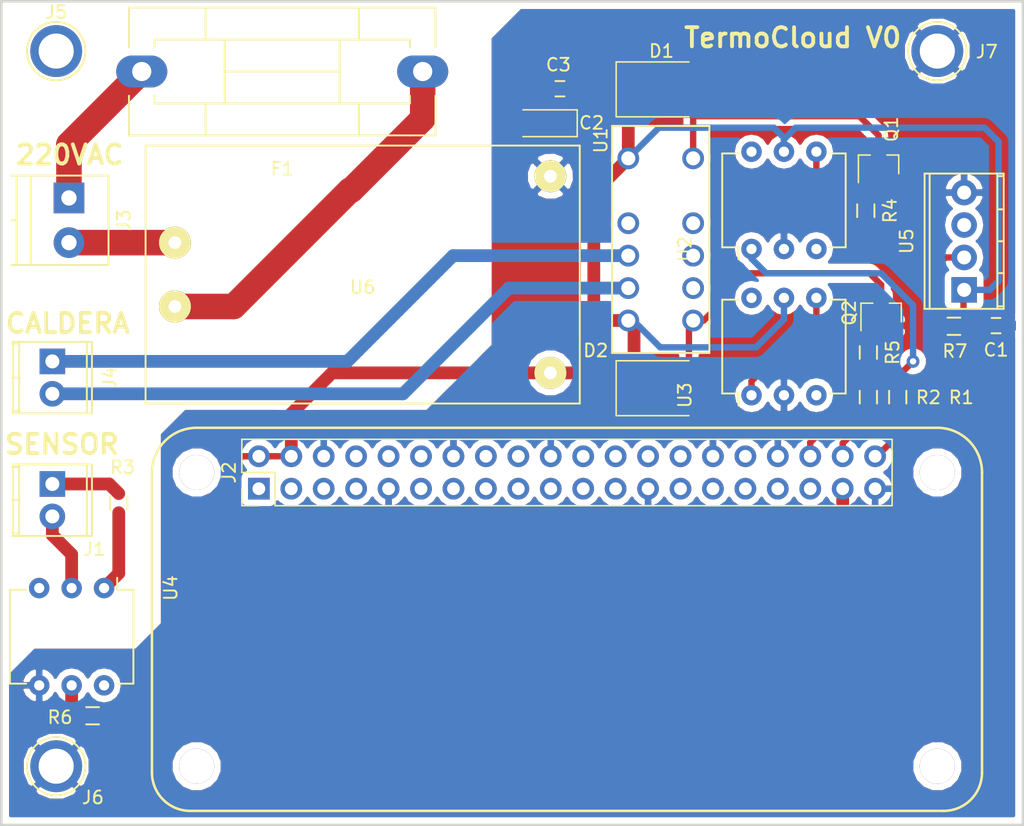
<source format=kicad_pcb>
(kicad_pcb (version 4) (host pcbnew 4.0.7)

  (general
    (links 57)
    (no_connects 0)
    (area 89.599999 92.999999 169.800001 157.700001)
    (thickness 1.6)
    (drawings 8)
    (tracks 128)
    (zones 0)
    (modules 28)
    (nets 61)
  )

  (page A4)
  (layers
    (0 F.Cu signal)
    (31 B.Cu signal)
    (32 B.Adhes user hide)
    (33 F.Adhes user hide)
    (34 B.Paste user hide)
    (35 F.Paste user hide)
    (36 B.SilkS user hide)
    (37 F.SilkS user)
    (38 B.Mask user hide)
    (39 F.Mask user hide)
    (40 Dwgs.User user hide)
    (41 Cmts.User user hide)
    (42 Eco1.User user hide)
    (43 Eco2.User user hide)
    (44 Edge.Cuts user)
    (45 Margin user hide)
    (46 B.CrtYd user hide)
    (47 F.CrtYd user)
    (48 B.Fab user hide)
    (49 F.Fab user)
  )

  (setup
    (last_trace_width 0.5)
    (user_trace_width 0.5)
    (user_trace_width 1)
    (user_trace_width 2)
    (user_trace_width 5)
    (trace_clearance 0.2)
    (zone_clearance 0.508)
    (zone_45_only yes)
    (trace_min 0.2)
    (segment_width 0.2)
    (edge_width 0.2)
    (via_size 1)
    (via_drill 0.5)
    (via_min_size 0.4)
    (via_min_drill 0.3)
    (user_via 1 0.5)
    (user_via 1.5 0.6)
    (uvia_size 0.3)
    (uvia_drill 0.1)
    (uvias_allowed no)
    (uvia_min_size 0.2)
    (uvia_min_drill 0.1)
    (pcb_text_width 0.3)
    (pcb_text_size 1.5 1.5)
    (mod_edge_width 0.15)
    (mod_text_size 1 1)
    (mod_text_width 0.15)
    (pad_size 4.064 4.064)
    (pad_drill 2.75)
    (pad_to_mask_clearance 0.2)
    (aux_axis_origin 0 0)
    (grid_origin 88.7 158.1)
    (visible_elements FFFFEF7F)
    (pcbplotparams
      (layerselection 0x010e0_80000001)
      (usegerberextensions false)
      (excludeedgelayer true)
      (linewidth 0.100000)
      (plotframeref false)
      (viasonmask false)
      (mode 1)
      (useauxorigin false)
      (hpglpennumber 1)
      (hpglpenspeed 20)
      (hpglpendiameter 15)
      (hpglpenoverlay 2)
      (psnegative false)
      (psa4output false)
      (plotreference true)
      (plotvalue false)
      (plotinvisibletext false)
      (padsonsilk false)
      (subtractmaskfromsilk false)
      (outputformat 1)
      (mirror false)
      (drillshape 0)
      (scaleselection 1)
      (outputdirectory Gerber/))
  )

  (net 0 "")
  (net 1 GND)
  (net 2 +5V)
  (net 3 SET-)
  (net 4 RESET-)
  (net 5 INPUT-)
  (net 6 INPUT+)
  (net 7 "Net-(J2-Pad1)")
  (net 8 "Net-(J2-Pad3)")
  (net 9 "Net-(J2-Pad5)")
  (net 10 "Net-(J2-Pad7)")
  (net 11 "Net-(J2-Pad8)")
  (net 12 "Net-(J2-Pad10)")
  (net 13 "Net-(J2-Pad11)")
  (net 14 "Net-(J2-Pad12)")
  (net 15 "Net-(J2-Pad13)")
  (net 16 "Net-(J2-Pad15)")
  (net 17 "Net-(J2-Pad16)")
  (net 18 "Net-(J2-Pad17)")
  (net 19 "Net-(J2-Pad18)")
  (net 20 "Net-(J2-Pad19)")
  (net 21 "Net-(J2-Pad21)")
  (net 22 "Net-(J2-Pad22)")
  (net 23 "Net-(J2-Pad23)")
  (net 24 "Net-(J2-Pad24)")
  (net 25 "Net-(J2-Pad26)")
  (net 26 "Net-(J2-Pad27)")
  (net 27 "Net-(J2-Pad28)")
  (net 28 "Net-(J2-Pad29)")
  (net 29 "Net-(J2-Pad31)")
  (net 30 "Net-(J2-Pad32)")
  (net 31 "Net-(J2-Pad33)")
  (net 32 "Net-(J2-Pad35)")
  (net 33 RESET)
  (net 34 CALIENTE_PI)
  (net 35 SET)
  (net 36 DHT_DATA)
  (net 37 "Net-(J3-Pad2)")
  (net 38 CALDERA_N)
  (net 39 CALDERA_L)
  (net 40 "Net-(Q1-Pad1)")
  (net 41 "Net-(Q2-Pad1)")
  (net 42 "Net-(R1-Pad1)")
  (net 43 "Net-(R2-Pad1)")
  (net 44 "Net-(R3-Pad1)")
  (net 45 "Net-(R4-Pad2)")
  (net 46 "Net-(R5-Pad2)")
  (net 47 "Net-(U2-Pad3)")
  (net 48 "Net-(U2-Pad6)")
  (net 49 "Net-(U3-Pad3)")
  (net 50 "Net-(U3-Pad6)")
  (net 51 "Net-(U4-Pad3)")
  (net 52 "Net-(U4-Pad6)")
  (net 53 "Net-(U5-Pad3)")
  (net 54 "Net-(U1-Pad3)")
  (net 55 "Net-(U1-Pad8)")
  (net 56 "Net-(U1-Pad9)")
  (net 57 "Net-(U1-Pad10)")
  (net 58 "Net-(F1-Pad2)")
  (net 59 "Net-(F1-Pad1)")
  (net 60 "Net-(J5-Pad1)")

  (net_class Default "Esta es la clase de red por defecto."
    (clearance 0.2)
    (trace_width 0.5)
    (via_dia 1)
    (via_drill 0.5)
    (uvia_dia 0.3)
    (uvia_drill 0.1)
    (add_net +5V)
    (add_net CALDERA_L)
    (add_net CALDERA_N)
    (add_net CALIENTE_PI)
    (add_net DHT_DATA)
    (add_net GND)
    (add_net INPUT+)
    (add_net INPUT-)
    (add_net "Net-(F1-Pad1)")
    (add_net "Net-(F1-Pad2)")
    (add_net "Net-(J2-Pad1)")
    (add_net "Net-(J2-Pad10)")
    (add_net "Net-(J2-Pad11)")
    (add_net "Net-(J2-Pad12)")
    (add_net "Net-(J2-Pad13)")
    (add_net "Net-(J2-Pad15)")
    (add_net "Net-(J2-Pad16)")
    (add_net "Net-(J2-Pad17)")
    (add_net "Net-(J2-Pad18)")
    (add_net "Net-(J2-Pad19)")
    (add_net "Net-(J2-Pad21)")
    (add_net "Net-(J2-Pad22)")
    (add_net "Net-(J2-Pad23)")
    (add_net "Net-(J2-Pad24)")
    (add_net "Net-(J2-Pad26)")
    (add_net "Net-(J2-Pad27)")
    (add_net "Net-(J2-Pad28)")
    (add_net "Net-(J2-Pad29)")
    (add_net "Net-(J2-Pad3)")
    (add_net "Net-(J2-Pad31)")
    (add_net "Net-(J2-Pad32)")
    (add_net "Net-(J2-Pad33)")
    (add_net "Net-(J2-Pad35)")
    (add_net "Net-(J2-Pad5)")
    (add_net "Net-(J2-Pad7)")
    (add_net "Net-(J2-Pad8)")
    (add_net "Net-(J3-Pad2)")
    (add_net "Net-(J5-Pad1)")
    (add_net "Net-(Q1-Pad1)")
    (add_net "Net-(Q2-Pad1)")
    (add_net "Net-(R1-Pad1)")
    (add_net "Net-(R2-Pad1)")
    (add_net "Net-(R3-Pad1)")
    (add_net "Net-(R4-Pad2)")
    (add_net "Net-(R5-Pad2)")
    (add_net "Net-(U1-Pad10)")
    (add_net "Net-(U1-Pad3)")
    (add_net "Net-(U1-Pad8)")
    (add_net "Net-(U1-Pad9)")
    (add_net "Net-(U2-Pad3)")
    (add_net "Net-(U2-Pad6)")
    (add_net "Net-(U3-Pad3)")
    (add_net "Net-(U3-Pad6)")
    (add_net "Net-(U4-Pad3)")
    (add_net "Net-(U4-Pad6)")
    (add_net "Net-(U5-Pad3)")
    (add_net RESET)
    (add_net RESET-)
    (add_net SET)
    (add_net SET-)
  )

  (module Capacitors_SMD:C_0603_HandSoldering (layer F.Cu) (tedit 541A9B4D) (tstamp 5AA652DC)
    (at 167.6 118.5 180)
    (descr "Capacitor SMD 0603, hand soldering")
    (tags "capacitor 0603")
    (path /5A931733)
    (attr smd)
    (fp_text reference C1 (at 0 -1.9 180) (layer F.SilkS)
      (effects (font (size 1 1) (thickness 0.15)))
    )
    (fp_text value 100nF (at 0.65 -3.5 180) (layer F.Fab)
      (effects (font (size 1 1) (thickness 0.15)))
    )
    (fp_line (start -0.8 0.4) (end -0.8 -0.4) (layer F.Fab) (width 0.15))
    (fp_line (start 0.8 0.4) (end -0.8 0.4) (layer F.Fab) (width 0.15))
    (fp_line (start 0.8 -0.4) (end 0.8 0.4) (layer F.Fab) (width 0.15))
    (fp_line (start -0.8 -0.4) (end 0.8 -0.4) (layer F.Fab) (width 0.15))
    (fp_line (start -1.85 -0.75) (end 1.85 -0.75) (layer F.CrtYd) (width 0.05))
    (fp_line (start -1.85 0.75) (end 1.85 0.75) (layer F.CrtYd) (width 0.05))
    (fp_line (start -1.85 -0.75) (end -1.85 0.75) (layer F.CrtYd) (width 0.05))
    (fp_line (start 1.85 -0.75) (end 1.85 0.75) (layer F.CrtYd) (width 0.05))
    (fp_line (start -0.35 -0.6) (end 0.35 -0.6) (layer F.SilkS) (width 0.15))
    (fp_line (start 0.35 0.6) (end -0.35 0.6) (layer F.SilkS) (width 0.15))
    (pad 1 smd rect (at -0.95 0 180) (size 1.2 0.75) (layers F.Cu F.Paste F.Mask)
      (net 1 GND))
    (pad 2 smd rect (at 0.95 0 180) (size 1.2 0.75) (layers F.Cu F.Paste F.Mask)
      (net 2 +5V))
    (model Capacitors_SMD.3dshapes/C_0603_HandSoldering.wrl
      (at (xyz 0 0 0))
      (scale (xyz 1 1 1))
      (rotate (xyz 0 0 0))
    )
  )

  (module Capacitors_Tantalum_SMD:CP_Tantalum_Case-A_EIA-3216-18_Reflow (layer F.Cu) (tedit 58CC8C08) (tstamp 5AA652F0)
    (at 132.15 102.65 180)
    (descr "Tantalum capacitor, Case A, EIA 3216-18, 3.2x1.6x1.6mm, Reflow soldering footprint")
    (tags "capacitor tantalum smd")
    (path /5A931D2C)
    (attr smd)
    (fp_text reference C2 (at -3.775 0.025 180) (layer F.SilkS)
      (effects (font (size 1 1) (thickness 0.15)))
    )
    (fp_text value CP (at 2.125 1.925 180) (layer F.Fab)
      (effects (font (size 1 1) (thickness 0.15)))
    )
    (fp_text user %R (at 0 0 360) (layer F.Fab)
      (effects (font (size 0.7 0.7) (thickness 0.105)))
    )
    (fp_line (start -2.75 -1.2) (end -2.75 1.2) (layer F.CrtYd) (width 0.05))
    (fp_line (start -2.75 1.2) (end 2.75 1.2) (layer F.CrtYd) (width 0.05))
    (fp_line (start 2.75 1.2) (end 2.75 -1.2) (layer F.CrtYd) (width 0.05))
    (fp_line (start 2.75 -1.2) (end -2.75 -1.2) (layer F.CrtYd) (width 0.05))
    (fp_line (start -1.6 -0.8) (end -1.6 0.8) (layer F.Fab) (width 0.1))
    (fp_line (start -1.6 0.8) (end 1.6 0.8) (layer F.Fab) (width 0.1))
    (fp_line (start 1.6 0.8) (end 1.6 -0.8) (layer F.Fab) (width 0.1))
    (fp_line (start 1.6 -0.8) (end -1.6 -0.8) (layer F.Fab) (width 0.1))
    (fp_line (start -1.28 -0.8) (end -1.28 0.8) (layer F.Fab) (width 0.1))
    (fp_line (start -1.12 -0.8) (end -1.12 0.8) (layer F.Fab) (width 0.1))
    (fp_line (start -2.65 -1.05) (end 1.6 -1.05) (layer F.SilkS) (width 0.12))
    (fp_line (start -2.65 1.05) (end 1.6 1.05) (layer F.SilkS) (width 0.12))
    (fp_line (start -2.65 -1.05) (end -2.65 1.05) (layer F.SilkS) (width 0.12))
    (pad 1 smd rect (at -1.375 0 180) (size 1.95 1.5) (layers F.Cu F.Paste F.Mask)
      (net 2 +5V))
    (pad 2 smd rect (at 1.375 0 180) (size 1.95 1.5) (layers F.Cu F.Paste F.Mask)
      (net 1 GND))
    (model Capacitors_Tantalum_SMD.3dshapes/CP_Tantalum_Case-A_EIA-3216-18.wrl
      (at (xyz 0 0 0))
      (scale (xyz 1 1 1))
      (rotate (xyz 0 0 0))
    )
  )

  (module Capacitors_SMD:C_0603 (layer F.Cu) (tedit 5415D631) (tstamp 5AA65300)
    (at 133.45 99.95 180)
    (descr "Capacitor SMD 0603, reflow soldering, AVX (see smccp.pdf)")
    (tags "capacitor 0603")
    (path /5A935442)
    (attr smd)
    (fp_text reference C3 (at 0.125 1.875 180) (layer F.SilkS)
      (effects (font (size 1 1) (thickness 0.15)))
    )
    (fp_text value 100nF (at 0 1.9 180) (layer F.Fab)
      (effects (font (size 1 1) (thickness 0.15)))
    )
    (fp_line (start -0.8 0.4) (end -0.8 -0.4) (layer F.Fab) (width 0.15))
    (fp_line (start 0.8 0.4) (end -0.8 0.4) (layer F.Fab) (width 0.15))
    (fp_line (start 0.8 -0.4) (end 0.8 0.4) (layer F.Fab) (width 0.15))
    (fp_line (start -0.8 -0.4) (end 0.8 -0.4) (layer F.Fab) (width 0.15))
    (fp_line (start -1.45 -0.75) (end 1.45 -0.75) (layer F.CrtYd) (width 0.05))
    (fp_line (start -1.45 0.75) (end 1.45 0.75) (layer F.CrtYd) (width 0.05))
    (fp_line (start -1.45 -0.75) (end -1.45 0.75) (layer F.CrtYd) (width 0.05))
    (fp_line (start 1.45 -0.75) (end 1.45 0.75) (layer F.CrtYd) (width 0.05))
    (fp_line (start -0.35 -0.6) (end 0.35 -0.6) (layer F.SilkS) (width 0.15))
    (fp_line (start 0.35 0.6) (end -0.35 0.6) (layer F.SilkS) (width 0.15))
    (pad 1 smd rect (at -0.75 0 180) (size 0.8 0.75) (layers F.Cu F.Paste F.Mask)
      (net 2 +5V))
    (pad 2 smd rect (at 0.75 0 180) (size 0.8 0.75) (layers F.Cu F.Paste F.Mask)
      (net 1 GND))
    (model Capacitors_SMD.3dshapes/C_0603.wrl
      (at (xyz 0 0 0))
      (scale (xyz 1 1 1))
      (rotate (xyz 0 0 0))
    )
  )

  (module Diodes_SMD:D_SMB (layer F.Cu) (tedit 58645DF3) (tstamp 5AA65318)
    (at 141.4 100)
    (descr "Diode SMB (DO-214AA)")
    (tags "Diode SMB (DO-214AA)")
    (path /5A85FB67)
    (attr smd)
    (fp_text reference D1 (at 0 -3) (layer F.SilkS)
      (effects (font (size 1 1) (thickness 0.15)))
    )
    (fp_text value 1N4148 (at 0 3.1) (layer F.Fab)
      (effects (font (size 1 1) (thickness 0.15)))
    )
    (fp_text user %R (at 0 -3) (layer F.Fab)
      (effects (font (size 1 1) (thickness 0.15)))
    )
    (fp_line (start -3.55 -2.15) (end -3.55 2.15) (layer F.SilkS) (width 0.12))
    (fp_line (start 2.3 2) (end -2.3 2) (layer F.Fab) (width 0.1))
    (fp_line (start -2.3 2) (end -2.3 -2) (layer F.Fab) (width 0.1))
    (fp_line (start 2.3 -2) (end 2.3 2) (layer F.Fab) (width 0.1))
    (fp_line (start 2.3 -2) (end -2.3 -2) (layer F.Fab) (width 0.1))
    (fp_line (start -3.65 -2.25) (end 3.65 -2.25) (layer F.CrtYd) (width 0.05))
    (fp_line (start 3.65 -2.25) (end 3.65 2.25) (layer F.CrtYd) (width 0.05))
    (fp_line (start 3.65 2.25) (end -3.65 2.25) (layer F.CrtYd) (width 0.05))
    (fp_line (start -3.65 2.25) (end -3.65 -2.25) (layer F.CrtYd) (width 0.05))
    (fp_line (start -0.64944 0.00102) (end -1.55114 0.00102) (layer F.Fab) (width 0.1))
    (fp_line (start 0.50118 0.00102) (end 1.4994 0.00102) (layer F.Fab) (width 0.1))
    (fp_line (start -0.64944 -0.79908) (end -0.64944 0.80112) (layer F.Fab) (width 0.1))
    (fp_line (start 0.50118 0.75032) (end 0.50118 -0.79908) (layer F.Fab) (width 0.1))
    (fp_line (start -0.64944 0.00102) (end 0.50118 0.75032) (layer F.Fab) (width 0.1))
    (fp_line (start -0.64944 0.00102) (end 0.50118 -0.79908) (layer F.Fab) (width 0.1))
    (fp_line (start -3.55 2.15) (end 2.15 2.15) (layer F.SilkS) (width 0.12))
    (fp_line (start -3.55 -2.15) (end 2.15 -2.15) (layer F.SilkS) (width 0.12))
    (pad 1 smd rect (at -2.15 0) (size 2.5 2.3) (layers F.Cu F.Paste F.Mask)
      (net 2 +5V))
    (pad 2 smd rect (at 2.15 0) (size 2.5 2.3) (layers F.Cu F.Paste F.Mask)
      (net 3 SET-))
    (model ${KISYS3DMOD}/Diodes_SMD.3dshapes/D_SMB.wrl
      (at (xyz 0 0 0))
      (scale (xyz 1 1 1))
      (rotate (xyz 0 0 0))
    )
  )

  (module Diodes_SMD:D_SMB (layer F.Cu) (tedit 58645DF3) (tstamp 5AA65330)
    (at 141.4 123.4)
    (descr "Diode SMB (DO-214AA)")
    (tags "Diode SMB (DO-214AA)")
    (path /5A85FFEB)
    (attr smd)
    (fp_text reference D2 (at -5.15 -2.95) (layer F.SilkS)
      (effects (font (size 1 1) (thickness 0.15)))
    )
    (fp_text value 1N4148 (at 0 3.1) (layer F.Fab)
      (effects (font (size 1 1) (thickness 0.15)))
    )
    (fp_text user %R (at 0 -3) (layer F.Fab)
      (effects (font (size 1 1) (thickness 0.15)))
    )
    (fp_line (start -3.55 -2.15) (end -3.55 2.15) (layer F.SilkS) (width 0.12))
    (fp_line (start 2.3 2) (end -2.3 2) (layer F.Fab) (width 0.1))
    (fp_line (start -2.3 2) (end -2.3 -2) (layer F.Fab) (width 0.1))
    (fp_line (start 2.3 -2) (end 2.3 2) (layer F.Fab) (width 0.1))
    (fp_line (start 2.3 -2) (end -2.3 -2) (layer F.Fab) (width 0.1))
    (fp_line (start -3.65 -2.25) (end 3.65 -2.25) (layer F.CrtYd) (width 0.05))
    (fp_line (start 3.65 -2.25) (end 3.65 2.25) (layer F.CrtYd) (width 0.05))
    (fp_line (start 3.65 2.25) (end -3.65 2.25) (layer F.CrtYd) (width 0.05))
    (fp_line (start -3.65 2.25) (end -3.65 -2.25) (layer F.CrtYd) (width 0.05))
    (fp_line (start -0.64944 0.00102) (end -1.55114 0.00102) (layer F.Fab) (width 0.1))
    (fp_line (start 0.50118 0.00102) (end 1.4994 0.00102) (layer F.Fab) (width 0.1))
    (fp_line (start -0.64944 -0.79908) (end -0.64944 0.80112) (layer F.Fab) (width 0.1))
    (fp_line (start 0.50118 0.75032) (end 0.50118 -0.79908) (layer F.Fab) (width 0.1))
    (fp_line (start -0.64944 0.00102) (end 0.50118 0.75032) (layer F.Fab) (width 0.1))
    (fp_line (start -0.64944 0.00102) (end 0.50118 -0.79908) (layer F.Fab) (width 0.1))
    (fp_line (start -3.55 2.15) (end 2.15 2.15) (layer F.SilkS) (width 0.12))
    (fp_line (start -3.55 -2.15) (end 2.15 -2.15) (layer F.SilkS) (width 0.12))
    (pad 1 smd rect (at -2.15 0) (size 2.5 2.3) (layers F.Cu F.Paste F.Mask)
      (net 2 +5V))
    (pad 2 smd rect (at 2.15 0) (size 2.5 2.3) (layers F.Cu F.Paste F.Mask)
      (net 4 RESET-))
    (model ${KISYS3DMOD}/Diodes_SMD.3dshapes/D_SMB.wrl
      (at (xyz 0 0 0))
      (scale (xyz 1 1 1))
      (rotate (xyz 0 0 0))
    )
  )

  (module Connectors_Terminal_Blocks:TerminalBlock_Pheonix_MPT-2.54mm_2pol (layer F.Cu) (tedit 5A9BEB85) (tstamp 5AA65343)
    (at 93.7 130.9 270)
    (descr "2-way 2.54mm pitch terminal block, Phoenix MPT series")
    (path /5A862377)
    (fp_text reference J1 (at 5.1 -3.3 360) (layer F.SilkS)
      (effects (font (size 1 1) (thickness 0.15)))
    )
    (fp_text value Screw_Terminal_01x02 (at 1.27 4.50088 270) (layer F.Fab) hide
      (effects (font (size 1 1) (thickness 0.15)))
    )
    (fp_line (start -1.7 -3.3) (end 4.3 -3.3) (layer F.CrtYd) (width 0.05))
    (fp_line (start -1.7 3.3) (end -1.7 -3.3) (layer F.CrtYd) (width 0.05))
    (fp_line (start 4.3 3.3) (end -1.7 3.3) (layer F.CrtYd) (width 0.05))
    (fp_line (start 4.3 -3.3) (end 4.3 3.3) (layer F.CrtYd) (width 0.05))
    (fp_line (start 4.06908 2.60096) (end -1.52908 2.60096) (layer F.SilkS) (width 0.15))
    (fp_line (start -1.33096 3.0988) (end -1.33096 2.60096) (layer F.SilkS) (width 0.15))
    (fp_line (start 3.87096 2.60096) (end 3.87096 3.0988) (layer F.SilkS) (width 0.15))
    (fp_line (start 1.27 3.0988) (end 1.27 2.60096) (layer F.SilkS) (width 0.15))
    (fp_line (start -1.52908 -2.70002) (end 4.06908 -2.70002) (layer F.SilkS) (width 0.15))
    (fp_line (start -1.52908 3.0988) (end 4.06908 3.0988) (layer F.SilkS) (width 0.15))
    (fp_line (start 4.06908 3.0988) (end 4.06908 -3.0988) (layer F.SilkS) (width 0.15))
    (fp_line (start 4.06908 -3.0988) (end -1.52908 -3.0988) (layer F.SilkS) (width 0.15))
    (fp_line (start -1.52908 -3.0988) (end -1.52908 3.0988) (layer F.SilkS) (width 0.15))
    (pad 2 thru_hole oval (at 2.54 0 270) (size 1.99898 1.99898) (drill 1.09728) (layers *.Cu *.Mask)
      (net 5 INPUT-))
    (pad 1 thru_hole rect (at 0 0 270) (size 1.99898 1.99898) (drill 1.09728) (layers *.Cu *.Mask)
      (net 6 INPUT+))
    (model Terminal_Blocks.3dshapes/TerminalBlock_Pheonix_MPT-2.54mm_2pol.wrl
      (at (xyz 0.05 0 0))
      (scale (xyz 1 1 1))
      (rotate (xyz 0 0 0))
    )
  )

  (module Connectors_Terminal_Blocks:TerminalBlock_Pheonix_MPT-2.54mm_2pol (layer F.Cu) (tedit 5A9BEB82) (tstamp 5AA653A7)
    (at 93.7 121.3 270)
    (descr "2-way 2.54mm pitch terminal block, Phoenix MPT series")
    (path /5A861D33)
    (fp_text reference J4 (at 1.27 -4.50088 270) (layer F.SilkS)
      (effects (font (size 1 1) (thickness 0.15)))
    )
    (fp_text value Screw_Terminal_01x02 (at 0.2 2 270) (layer F.Fab) hide
      (effects (font (size 1 1) (thickness 0.15)))
    )
    (fp_line (start -1.7 -3.3) (end 4.3 -3.3) (layer F.CrtYd) (width 0.05))
    (fp_line (start -1.7 3.3) (end -1.7 -3.3) (layer F.CrtYd) (width 0.05))
    (fp_line (start 4.3 3.3) (end -1.7 3.3) (layer F.CrtYd) (width 0.05))
    (fp_line (start 4.3 -3.3) (end 4.3 3.3) (layer F.CrtYd) (width 0.05))
    (fp_line (start 4.06908 2.60096) (end -1.52908 2.60096) (layer F.SilkS) (width 0.15))
    (fp_line (start -1.33096 3.0988) (end -1.33096 2.60096) (layer F.SilkS) (width 0.15))
    (fp_line (start 3.87096 2.60096) (end 3.87096 3.0988) (layer F.SilkS) (width 0.15))
    (fp_line (start 1.27 3.0988) (end 1.27 2.60096) (layer F.SilkS) (width 0.15))
    (fp_line (start -1.52908 -2.70002) (end 4.06908 -2.70002) (layer F.SilkS) (width 0.15))
    (fp_line (start -1.52908 3.0988) (end 4.06908 3.0988) (layer F.SilkS) (width 0.15))
    (fp_line (start 4.06908 3.0988) (end 4.06908 -3.0988) (layer F.SilkS) (width 0.15))
    (fp_line (start 4.06908 -3.0988) (end -1.52908 -3.0988) (layer F.SilkS) (width 0.15))
    (fp_line (start -1.52908 -3.0988) (end -1.52908 3.0988) (layer F.SilkS) (width 0.15))
    (pad 2 thru_hole oval (at 2.54 0 270) (size 1.99898 1.99898) (drill 1.09728) (layers *.Cu *.Mask)
      (net 38 CALDERA_N))
    (pad 1 thru_hole rect (at 0 0 270) (size 1.99898 1.99898) (drill 1.09728) (layers *.Cu *.Mask)
      (net 39 CALDERA_L))
    (model Terminal_Blocks.3dshapes/TerminalBlock_Pheonix_MPT-2.54mm_2pol.wrl
      (at (xyz 0.05 0 0))
      (scale (xyz 1 1 1))
      (rotate (xyz 0 0 0))
    )
  )

  (module TO_SOT_Packages_SMD:SOT-23 (layer F.Cu) (tedit 583F39EB) (tstamp 5AA653BA)
    (at 158.4 105.9 90)
    (descr "SOT-23, Standard")
    (tags SOT-23)
    (path /5A85F8D8)
    (attr smd)
    (fp_text reference Q1 (at 2.775 1 90) (layer F.SilkS)
      (effects (font (size 1 1) (thickness 0.15)))
    )
    (fp_text value BC817 (at 0 2.5 90) (layer F.Fab)
      (effects (font (size 1 1) (thickness 0.15)))
    )
    (fp_line (start 0.76 1.58) (end 0.76 0.65) (layer F.SilkS) (width 0.12))
    (fp_line (start 0.76 -1.58) (end 0.76 -0.65) (layer F.SilkS) (width 0.12))
    (fp_line (start 0.7 -1.52) (end 0.7 1.52) (layer F.Fab) (width 0.15))
    (fp_line (start -0.7 1.52) (end 0.7 1.52) (layer F.Fab) (width 0.15))
    (fp_line (start -1.7 -1.75) (end 1.7 -1.75) (layer F.CrtYd) (width 0.05))
    (fp_line (start 1.7 -1.75) (end 1.7 1.75) (layer F.CrtYd) (width 0.05))
    (fp_line (start 1.7 1.75) (end -1.7 1.75) (layer F.CrtYd) (width 0.05))
    (fp_line (start -1.7 1.75) (end -1.7 -1.75) (layer F.CrtYd) (width 0.05))
    (fp_line (start 0.76 -1.58) (end -1.4 -1.58) (layer F.SilkS) (width 0.12))
    (fp_line (start -0.7 -1.52) (end 0.7 -1.52) (layer F.Fab) (width 0.15))
    (fp_line (start -0.7 -1.52) (end -0.7 1.52) (layer F.Fab) (width 0.15))
    (fp_line (start 0.76 1.58) (end -0.7 1.58) (layer F.SilkS) (width 0.12))
    (pad 1 smd rect (at -1 -0.95 90) (size 0.9 0.8) (layers F.Cu F.Paste F.Mask)
      (net 40 "Net-(Q1-Pad1)"))
    (pad 2 smd rect (at -1 0.95 90) (size 0.9 0.8) (layers F.Cu F.Paste F.Mask)
      (net 1 GND))
    (pad 3 smd rect (at 1 0 90) (size 0.9 0.8) (layers F.Cu F.Paste F.Mask)
      (net 3 SET-))
    (model TO_SOT_Packages_SMD.3dshapes/SOT-23.wrl
      (at (xyz 0 0 0))
      (scale (xyz 1 1 1))
      (rotate (xyz 0 0 90))
    )
  )

  (module TO_SOT_Packages_SMD:SOT-23 (layer F.Cu) (tedit 583F39EB) (tstamp 5AA653CD)
    (at 158.6 117.5 90)
    (descr "SOT-23, Standard")
    (tags SOT-23)
    (path /5A85FFCB)
    (attr smd)
    (fp_text reference Q2 (at 0 -2.5 90) (layer F.SilkS)
      (effects (font (size 1 1) (thickness 0.15)))
    )
    (fp_text value BC817 (at 0 2.5 90) (layer F.Fab)
      (effects (font (size 1 1) (thickness 0.15)))
    )
    (fp_line (start 0.76 1.58) (end 0.76 0.65) (layer F.SilkS) (width 0.12))
    (fp_line (start 0.76 -1.58) (end 0.76 -0.65) (layer F.SilkS) (width 0.12))
    (fp_line (start 0.7 -1.52) (end 0.7 1.52) (layer F.Fab) (width 0.15))
    (fp_line (start -0.7 1.52) (end 0.7 1.52) (layer F.Fab) (width 0.15))
    (fp_line (start -1.7 -1.75) (end 1.7 -1.75) (layer F.CrtYd) (width 0.05))
    (fp_line (start 1.7 -1.75) (end 1.7 1.75) (layer F.CrtYd) (width 0.05))
    (fp_line (start 1.7 1.75) (end -1.7 1.75) (layer F.CrtYd) (width 0.05))
    (fp_line (start -1.7 1.75) (end -1.7 -1.75) (layer F.CrtYd) (width 0.05))
    (fp_line (start 0.76 -1.58) (end -1.4 -1.58) (layer F.SilkS) (width 0.12))
    (fp_line (start -0.7 -1.52) (end 0.7 -1.52) (layer F.Fab) (width 0.15))
    (fp_line (start -0.7 -1.52) (end -0.7 1.52) (layer F.Fab) (width 0.15))
    (fp_line (start 0.76 1.58) (end -0.7 1.58) (layer F.SilkS) (width 0.12))
    (pad 1 smd rect (at -1 -0.95 90) (size 0.9 0.8) (layers F.Cu F.Paste F.Mask)
      (net 41 "Net-(Q2-Pad1)"))
    (pad 2 smd rect (at -1 0.95 90) (size 0.9 0.8) (layers F.Cu F.Paste F.Mask)
      (net 1 GND))
    (pad 3 smd rect (at 1 0 90) (size 0.9 0.8) (layers F.Cu F.Paste F.Mask)
      (net 4 RESET-))
    (model TO_SOT_Packages_SMD.3dshapes/SOT-23.wrl
      (at (xyz 0 0 0))
      (scale (xyz 1 1 1))
      (rotate (xyz 0 0 90))
    )
  )

  (module Resistors_SMD:R_0603 (layer F.Cu) (tedit 58307A47) (tstamp 5AA653DD)
    (at 159.9 124.1 270)
    (descr "Resistor SMD 0603, reflow soldering, Vishay (see dcrcw.pdf)")
    (tags "resistor 0603")
    (path /5A85F780)
    (attr smd)
    (fp_text reference R1 (at 0.025 -4.975 360) (layer F.SilkS)
      (effects (font (size 1 1) (thickness 0.15)))
    )
    (fp_text value 160 (at -0.325 -0.275 270) (layer F.Fab)
      (effects (font (size 1 1) (thickness 0.15)))
    )
    (fp_line (start -0.8 0.4) (end -0.8 -0.4) (layer F.Fab) (width 0.1))
    (fp_line (start 0.8 0.4) (end -0.8 0.4) (layer F.Fab) (width 0.1))
    (fp_line (start 0.8 -0.4) (end 0.8 0.4) (layer F.Fab) (width 0.1))
    (fp_line (start -0.8 -0.4) (end 0.8 -0.4) (layer F.Fab) (width 0.1))
    (fp_line (start -1.3 -0.8) (end 1.3 -0.8) (layer F.CrtYd) (width 0.05))
    (fp_line (start -1.3 0.8) (end 1.3 0.8) (layer F.CrtYd) (width 0.05))
    (fp_line (start -1.3 -0.8) (end -1.3 0.8) (layer F.CrtYd) (width 0.05))
    (fp_line (start 1.3 -0.8) (end 1.3 0.8) (layer F.CrtYd) (width 0.05))
    (fp_line (start 0.5 0.675) (end -0.5 0.675) (layer F.SilkS) (width 0.15))
    (fp_line (start -0.5 -0.675) (end 0.5 -0.675) (layer F.SilkS) (width 0.15))
    (pad 1 smd rect (at -0.75 0 270) (size 0.5 0.9) (layers F.Cu F.Paste F.Mask)
      (net 42 "Net-(R1-Pad1)"))
    (pad 2 smd rect (at 0.75 0 270) (size 0.5 0.9) (layers F.Cu F.Paste F.Mask)
      (net 35 SET))
    (model Resistors_SMD.3dshapes/R_0603.wrl
      (at (xyz 0 0 0))
      (scale (xyz 1 1 1))
      (rotate (xyz 0 0 0))
    )
  )

  (module Resistors_SMD:R_0603 (layer F.Cu) (tedit 58307A47) (tstamp 5AA653ED)
    (at 157.6 124.1 270)
    (descr "Resistor SMD 0603, reflow soldering, Vishay (see dcrcw.pdf)")
    (tags "resistor 0603")
    (path /5A85FFBF)
    (attr smd)
    (fp_text reference R2 (at 0.025 -4.7 360) (layer F.SilkS)
      (effects (font (size 1 1) (thickness 0.15)))
    )
    (fp_text value 160 (at -0.275 0.05 270) (layer F.Fab)
      (effects (font (size 1 1) (thickness 0.15)))
    )
    (fp_line (start -0.8 0.4) (end -0.8 -0.4) (layer F.Fab) (width 0.1))
    (fp_line (start 0.8 0.4) (end -0.8 0.4) (layer F.Fab) (width 0.1))
    (fp_line (start 0.8 -0.4) (end 0.8 0.4) (layer F.Fab) (width 0.1))
    (fp_line (start -0.8 -0.4) (end 0.8 -0.4) (layer F.Fab) (width 0.1))
    (fp_line (start -1.3 -0.8) (end 1.3 -0.8) (layer F.CrtYd) (width 0.05))
    (fp_line (start -1.3 0.8) (end 1.3 0.8) (layer F.CrtYd) (width 0.05))
    (fp_line (start -1.3 -0.8) (end -1.3 0.8) (layer F.CrtYd) (width 0.05))
    (fp_line (start 1.3 -0.8) (end 1.3 0.8) (layer F.CrtYd) (width 0.05))
    (fp_line (start 0.5 0.675) (end -0.5 0.675) (layer F.SilkS) (width 0.15))
    (fp_line (start -0.5 -0.675) (end 0.5 -0.675) (layer F.SilkS) (width 0.15))
    (pad 1 smd rect (at -0.75 0 270) (size 0.5 0.9) (layers F.Cu F.Paste F.Mask)
      (net 43 "Net-(R2-Pad1)"))
    (pad 2 smd rect (at 0.75 0 270) (size 0.5 0.9) (layers F.Cu F.Paste F.Mask)
      (net 33 RESET))
    (model Resistors_SMD.3dshapes/R_0603.wrl
      (at (xyz 0 0 0))
      (scale (xyz 1 1 1))
      (rotate (xyz 0 0 0))
    )
  )

  (module Resistors_SMD:R_0603 (layer F.Cu) (tedit 58307A47) (tstamp 5AA653FD)
    (at 98.9 132.4 90)
    (descr "Resistor SMD 0603, reflow soldering, Vishay (see dcrcw.pdf)")
    (tags "resistor 0603")
    (path /5A860758)
    (attr smd)
    (fp_text reference R3 (at 2.8 0.3 360) (layer F.SilkS)
      (effects (font (size 1 1) (thickness 0.15)))
    )
    (fp_text value 480 (at 0 1.9 90) (layer F.Fab)
      (effects (font (size 1 1) (thickness 0.15)))
    )
    (fp_line (start -0.8 0.4) (end -0.8 -0.4) (layer F.Fab) (width 0.1))
    (fp_line (start 0.8 0.4) (end -0.8 0.4) (layer F.Fab) (width 0.1))
    (fp_line (start 0.8 -0.4) (end 0.8 0.4) (layer F.Fab) (width 0.1))
    (fp_line (start -0.8 -0.4) (end 0.8 -0.4) (layer F.Fab) (width 0.1))
    (fp_line (start -1.3 -0.8) (end 1.3 -0.8) (layer F.CrtYd) (width 0.05))
    (fp_line (start -1.3 0.8) (end 1.3 0.8) (layer F.CrtYd) (width 0.05))
    (fp_line (start -1.3 -0.8) (end -1.3 0.8) (layer F.CrtYd) (width 0.05))
    (fp_line (start 1.3 -0.8) (end 1.3 0.8) (layer F.CrtYd) (width 0.05))
    (fp_line (start 0.5 0.675) (end -0.5 0.675) (layer F.SilkS) (width 0.15))
    (fp_line (start -0.5 -0.675) (end 0.5 -0.675) (layer F.SilkS) (width 0.15))
    (pad 1 smd rect (at -0.75 0 90) (size 0.5 0.9) (layers F.Cu F.Paste F.Mask)
      (net 44 "Net-(R3-Pad1)"))
    (pad 2 smd rect (at 0.75 0 90) (size 0.5 0.9) (layers F.Cu F.Paste F.Mask)
      (net 6 INPUT+))
    (model Resistors_SMD.3dshapes/R_0603.wrl
      (at (xyz 0 0 0))
      (scale (xyz 1 1 1))
      (rotate (xyz 0 0 0))
    )
  )

  (module Resistors_SMD:R_0603 (layer F.Cu) (tedit 58307A47) (tstamp 5AA6540D)
    (at 157.4 109.5 270)
    (descr "Resistor SMD 0603, reflow soldering, Vishay (see dcrcw.pdf)")
    (tags "resistor 0603")
    (path /5A85F9D6)
    (attr smd)
    (fp_text reference R4 (at 0 -1.9 270) (layer F.SilkS)
      (effects (font (size 1 1) (thickness 0.15)))
    )
    (fp_text value 2K2 (at 0 1.9 270) (layer F.Fab)
      (effects (font (size 1 1) (thickness 0.15)))
    )
    (fp_line (start -0.8 0.4) (end -0.8 -0.4) (layer F.Fab) (width 0.1))
    (fp_line (start 0.8 0.4) (end -0.8 0.4) (layer F.Fab) (width 0.1))
    (fp_line (start 0.8 -0.4) (end 0.8 0.4) (layer F.Fab) (width 0.1))
    (fp_line (start -0.8 -0.4) (end 0.8 -0.4) (layer F.Fab) (width 0.1))
    (fp_line (start -1.3 -0.8) (end 1.3 -0.8) (layer F.CrtYd) (width 0.05))
    (fp_line (start -1.3 0.8) (end 1.3 0.8) (layer F.CrtYd) (width 0.05))
    (fp_line (start -1.3 -0.8) (end -1.3 0.8) (layer F.CrtYd) (width 0.05))
    (fp_line (start 1.3 -0.8) (end 1.3 0.8) (layer F.CrtYd) (width 0.05))
    (fp_line (start 0.5 0.675) (end -0.5 0.675) (layer F.SilkS) (width 0.15))
    (fp_line (start -0.5 -0.675) (end 0.5 -0.675) (layer F.SilkS) (width 0.15))
    (pad 1 smd rect (at -0.75 0 270) (size 0.5 0.9) (layers F.Cu F.Paste F.Mask)
      (net 40 "Net-(Q1-Pad1)"))
    (pad 2 smd rect (at 0.75 0 270) (size 0.5 0.9) (layers F.Cu F.Paste F.Mask)
      (net 45 "Net-(R4-Pad2)"))
    (model Resistors_SMD.3dshapes/R_0603.wrl
      (at (xyz 0 0 0))
      (scale (xyz 1 1 1))
      (rotate (xyz 0 0 0))
    )
  )

  (module Resistors_SMD:R_0603 (layer F.Cu) (tedit 58307A47) (tstamp 5AA6541D)
    (at 157.6 120.6 270)
    (descr "Resistor SMD 0603, reflow soldering, Vishay (see dcrcw.pdf)")
    (tags "resistor 0603")
    (path /5A85FFD1)
    (attr smd)
    (fp_text reference R5 (at 0 -1.9 270) (layer F.SilkS)
      (effects (font (size 1 1) (thickness 0.15)))
    )
    (fp_text value 2K2 (at 0 1.9 270) (layer F.Fab)
      (effects (font (size 1 1) (thickness 0.15)))
    )
    (fp_line (start -0.8 0.4) (end -0.8 -0.4) (layer F.Fab) (width 0.1))
    (fp_line (start 0.8 0.4) (end -0.8 0.4) (layer F.Fab) (width 0.1))
    (fp_line (start 0.8 -0.4) (end 0.8 0.4) (layer F.Fab) (width 0.1))
    (fp_line (start -0.8 -0.4) (end 0.8 -0.4) (layer F.Fab) (width 0.1))
    (fp_line (start -1.3 -0.8) (end 1.3 -0.8) (layer F.CrtYd) (width 0.05))
    (fp_line (start -1.3 0.8) (end 1.3 0.8) (layer F.CrtYd) (width 0.05))
    (fp_line (start -1.3 -0.8) (end -1.3 0.8) (layer F.CrtYd) (width 0.05))
    (fp_line (start 1.3 -0.8) (end 1.3 0.8) (layer F.CrtYd) (width 0.05))
    (fp_line (start 0.5 0.675) (end -0.5 0.675) (layer F.SilkS) (width 0.15))
    (fp_line (start -0.5 -0.675) (end 0.5 -0.675) (layer F.SilkS) (width 0.15))
    (pad 1 smd rect (at -0.75 0 270) (size 0.5 0.9) (layers F.Cu F.Paste F.Mask)
      (net 41 "Net-(Q2-Pad1)"))
    (pad 2 smd rect (at 0.75 0 270) (size 0.5 0.9) (layers F.Cu F.Paste F.Mask)
      (net 46 "Net-(R5-Pad2)"))
    (model Resistors_SMD.3dshapes/R_0603.wrl
      (at (xyz 0 0 0))
      (scale (xyz 1 1 1))
      (rotate (xyz 0 0 0))
    )
  )

  (module Resistors_SMD:R_0603 (layer F.Cu) (tedit 58307A47) (tstamp 5AA6542D)
    (at 96.85 149.05)
    (descr "Resistor SMD 0603, reflow soldering, Vishay (see dcrcw.pdf)")
    (tags "resistor 0603")
    (path /5A860DE3)
    (attr smd)
    (fp_text reference R6 (at -2.55 0.125) (layer F.SilkS)
      (effects (font (size 1 1) (thickness 0.15)))
    )
    (fp_text value 2K2 (at 0 1.9) (layer F.Fab)
      (effects (font (size 1 1) (thickness 0.15)))
    )
    (fp_line (start -0.8 0.4) (end -0.8 -0.4) (layer F.Fab) (width 0.1))
    (fp_line (start 0.8 0.4) (end -0.8 0.4) (layer F.Fab) (width 0.1))
    (fp_line (start 0.8 -0.4) (end 0.8 0.4) (layer F.Fab) (width 0.1))
    (fp_line (start -0.8 -0.4) (end 0.8 -0.4) (layer F.Fab) (width 0.1))
    (fp_line (start -1.3 -0.8) (end 1.3 -0.8) (layer F.CrtYd) (width 0.05))
    (fp_line (start -1.3 0.8) (end 1.3 0.8) (layer F.CrtYd) (width 0.05))
    (fp_line (start -1.3 -0.8) (end -1.3 0.8) (layer F.CrtYd) (width 0.05))
    (fp_line (start 1.3 -0.8) (end 1.3 0.8) (layer F.CrtYd) (width 0.05))
    (fp_line (start 0.5 0.675) (end -0.5 0.675) (layer F.SilkS) (width 0.15))
    (fp_line (start -0.5 -0.675) (end 0.5 -0.675) (layer F.SilkS) (width 0.15))
    (pad 1 smd rect (at -0.75 0) (size 0.5 0.9) (layers F.Cu F.Paste F.Mask)
      (net 34 CALIENTE_PI))
    (pad 2 smd rect (at 0.75 0) (size 0.5 0.9) (layers F.Cu F.Paste F.Mask)
      (net 2 +5V))
    (model Resistors_SMD.3dshapes/R_0603.wrl
      (at (xyz 0 0 0))
      (scale (xyz 1 1 1))
      (rotate (xyz 0 0 0))
    )
  )

  (module Resistors_SMD:R_0603 (layer F.Cu) (tedit 58307A47) (tstamp 5AA6543D)
    (at 164.3 118.55)
    (descr "Resistor SMD 0603, reflow soldering, Vishay (see dcrcw.pdf)")
    (tags "resistor 0603")
    (path /5A9303C3)
    (attr smd)
    (fp_text reference R7 (at 0.075 1.95) (layer F.SilkS)
      (effects (font (size 1 1) (thickness 0.15)))
    )
    (fp_text value 10K (at 0 1.9) (layer F.Fab)
      (effects (font (size 1 1) (thickness 0.15)))
    )
    (fp_line (start -0.8 0.4) (end -0.8 -0.4) (layer F.Fab) (width 0.1))
    (fp_line (start 0.8 0.4) (end -0.8 0.4) (layer F.Fab) (width 0.1))
    (fp_line (start 0.8 -0.4) (end 0.8 0.4) (layer F.Fab) (width 0.1))
    (fp_line (start -0.8 -0.4) (end 0.8 -0.4) (layer F.Fab) (width 0.1))
    (fp_line (start -1.3 -0.8) (end 1.3 -0.8) (layer F.CrtYd) (width 0.05))
    (fp_line (start -1.3 0.8) (end 1.3 0.8) (layer F.CrtYd) (width 0.05))
    (fp_line (start -1.3 -0.8) (end -1.3 0.8) (layer F.CrtYd) (width 0.05))
    (fp_line (start 1.3 -0.8) (end 1.3 0.8) (layer F.CrtYd) (width 0.05))
    (fp_line (start 0.5 0.675) (end -0.5 0.675) (layer F.SilkS) (width 0.15))
    (fp_line (start -0.5 -0.675) (end 0.5 -0.675) (layer F.SilkS) (width 0.15))
    (pad 1 smd rect (at -0.75 0) (size 0.5 0.9) (layers F.Cu F.Paste F.Mask)
      (net 36 DHT_DATA))
    (pad 2 smd rect (at 0.75 0) (size 0.5 0.9) (layers F.Cu F.Paste F.Mask)
      (net 2 +5V))
    (model Resistors_SMD.3dshapes/R_0603.wrl
      (at (xyz 0 0 0))
      (scale (xyz 1 1 1))
      (rotate (xyz 0 0 0))
    )
  )

  (module Housings_DIP:DIP-6_W7.62mm (layer F.Cu) (tedit 54130A77) (tstamp 5AA65452)
    (at 148.45 112.5 90)
    (descr "6-lead dip package, row spacing 7.62 mm (300 mils)")
    (tags "dil dip 2.54 300")
    (path /5A85F6BE)
    (fp_text reference U2 (at 0 -5.22 90) (layer F.SilkS)
      (effects (font (size 1 1) (thickness 0.15)))
    )
    (fp_text value 4N25 (at 3.9 2.95 90) (layer F.Fab)
      (effects (font (size 1 1) (thickness 0.15)))
    )
    (fp_line (start -1.05 -2.45) (end -1.05 7.55) (layer F.CrtYd) (width 0.05))
    (fp_line (start 8.65 -2.45) (end 8.65 7.55) (layer F.CrtYd) (width 0.05))
    (fp_line (start -1.05 -2.45) (end 8.65 -2.45) (layer F.CrtYd) (width 0.05))
    (fp_line (start -1.05 7.55) (end 8.65 7.55) (layer F.CrtYd) (width 0.05))
    (fp_line (start 0.135 -2.295) (end 0.135 -1.025) (layer F.SilkS) (width 0.15))
    (fp_line (start 7.485 -2.295) (end 7.485 -1.025) (layer F.SilkS) (width 0.15))
    (fp_line (start 7.485 7.375) (end 7.485 6.105) (layer F.SilkS) (width 0.15))
    (fp_line (start 0.135 7.375) (end 0.135 6.105) (layer F.SilkS) (width 0.15))
    (fp_line (start 0.135 -2.295) (end 7.485 -2.295) (layer F.SilkS) (width 0.15))
    (fp_line (start 0.135 7.375) (end 7.485 7.375) (layer F.SilkS) (width 0.15))
    (fp_line (start 0.135 -1.025) (end -0.8 -1.025) (layer F.SilkS) (width 0.15))
    (pad 1 thru_hole oval (at 0 0 90) (size 1.6 1.6) (drill 0.8) (layers *.Cu *.Mask)
      (net 42 "Net-(R1-Pad1)"))
    (pad 2 thru_hole oval (at 0 2.54 90) (size 1.6 1.6) (drill 0.8) (layers *.Cu *.Mask)
      (net 1 GND))
    (pad 3 thru_hole oval (at 0 5.08 90) (size 1.6 1.6) (drill 0.8) (layers *.Cu *.Mask)
      (net 47 "Net-(U2-Pad3)"))
    (pad 4 thru_hole oval (at 7.62 5.08 90) (size 1.6 1.6) (drill 0.8) (layers *.Cu *.Mask)
      (net 45 "Net-(R4-Pad2)"))
    (pad 5 thru_hole oval (at 7.62 2.54 90) (size 1.6 1.6) (drill 0.8) (layers *.Cu *.Mask)
      (net 2 +5V))
    (pad 6 thru_hole oval (at 7.62 0 90) (size 1.6 1.6) (drill 0.8) (layers *.Cu *.Mask)
      (net 48 "Net-(U2-Pad6)"))
    (model Housings_DIP.3dshapes/DIP-6_W7.62mm.wrl
      (at (xyz 0 0 0))
      (scale (xyz 1 1 1))
      (rotate (xyz 0 0 0))
    )
  )

  (module Housings_DIP:DIP-6_W7.62mm (layer F.Cu) (tedit 54130A77) (tstamp 5AA65467)
    (at 148.45 123.95 90)
    (descr "6-lead dip package, row spacing 7.62 mm (300 mils)")
    (tags "dil dip 2.54 300")
    (path /5A85FFB9)
    (fp_text reference U3 (at 0 -5.22 90) (layer F.SilkS)
      (effects (font (size 1 1) (thickness 0.15)))
    )
    (fp_text value 4N25 (at 4.175 3.225 90) (layer F.Fab)
      (effects (font (size 1 1) (thickness 0.15)))
    )
    (fp_line (start -1.05 -2.45) (end -1.05 7.55) (layer F.CrtYd) (width 0.05))
    (fp_line (start 8.65 -2.45) (end 8.65 7.55) (layer F.CrtYd) (width 0.05))
    (fp_line (start -1.05 -2.45) (end 8.65 -2.45) (layer F.CrtYd) (width 0.05))
    (fp_line (start -1.05 7.55) (end 8.65 7.55) (layer F.CrtYd) (width 0.05))
    (fp_line (start 0.135 -2.295) (end 0.135 -1.025) (layer F.SilkS) (width 0.15))
    (fp_line (start 7.485 -2.295) (end 7.485 -1.025) (layer F.SilkS) (width 0.15))
    (fp_line (start 7.485 7.375) (end 7.485 6.105) (layer F.SilkS) (width 0.15))
    (fp_line (start 0.135 7.375) (end 0.135 6.105) (layer F.SilkS) (width 0.15))
    (fp_line (start 0.135 -2.295) (end 7.485 -2.295) (layer F.SilkS) (width 0.15))
    (fp_line (start 0.135 7.375) (end 7.485 7.375) (layer F.SilkS) (width 0.15))
    (fp_line (start 0.135 -1.025) (end -0.8 -1.025) (layer F.SilkS) (width 0.15))
    (pad 1 thru_hole oval (at 0 0 90) (size 1.6 1.6) (drill 0.8) (layers *.Cu *.Mask)
      (net 43 "Net-(R2-Pad1)"))
    (pad 2 thru_hole oval (at 0 2.54 90) (size 1.6 1.6) (drill 0.8) (layers *.Cu *.Mask)
      (net 1 GND))
    (pad 3 thru_hole oval (at 0 5.08 90) (size 1.6 1.6) (drill 0.8) (layers *.Cu *.Mask)
      (net 49 "Net-(U3-Pad3)"))
    (pad 4 thru_hole oval (at 7.62 5.08 90) (size 1.6 1.6) (drill 0.8) (layers *.Cu *.Mask)
      (net 46 "Net-(R5-Pad2)"))
    (pad 5 thru_hole oval (at 7.62 2.54 90) (size 1.6 1.6) (drill 0.8) (layers *.Cu *.Mask)
      (net 2 +5V))
    (pad 6 thru_hole oval (at 7.62 0 90) (size 1.6 1.6) (drill 0.8) (layers *.Cu *.Mask)
      (net 50 "Net-(U3-Pad6)"))
    (model Housings_DIP.3dshapes/DIP-6_W7.62mm.wrl
      (at (xyz 0 0 0))
      (scale (xyz 1 1 1))
      (rotate (xyz 0 0 0))
    )
  )

  (module Housings_DIP:DIP-6_W7.62mm (layer F.Cu) (tedit 54130A77) (tstamp 5AA6547C)
    (at 97.75 139.05 270)
    (descr "6-lead dip package, row spacing 7.62 mm (300 mils)")
    (tags "dil dip 2.54 300")
    (path /5A86041A)
    (fp_text reference U4 (at 0 -5.22 270) (layer F.SilkS)
      (effects (font (size 1 1) (thickness 0.15)))
    )
    (fp_text value 4N25 (at 3.35 2.25 360) (layer F.Fab)
      (effects (font (size 1 1) (thickness 0.15)))
    )
    (fp_line (start -1.05 -2.45) (end -1.05 7.55) (layer F.CrtYd) (width 0.05))
    (fp_line (start 8.65 -2.45) (end 8.65 7.55) (layer F.CrtYd) (width 0.05))
    (fp_line (start -1.05 -2.45) (end 8.65 -2.45) (layer F.CrtYd) (width 0.05))
    (fp_line (start -1.05 7.55) (end 8.65 7.55) (layer F.CrtYd) (width 0.05))
    (fp_line (start 0.135 -2.295) (end 0.135 -1.025) (layer F.SilkS) (width 0.15))
    (fp_line (start 7.485 -2.295) (end 7.485 -1.025) (layer F.SilkS) (width 0.15))
    (fp_line (start 7.485 7.375) (end 7.485 6.105) (layer F.SilkS) (width 0.15))
    (fp_line (start 0.135 7.375) (end 0.135 6.105) (layer F.SilkS) (width 0.15))
    (fp_line (start 0.135 -2.295) (end 7.485 -2.295) (layer F.SilkS) (width 0.15))
    (fp_line (start 0.135 7.375) (end 7.485 7.375) (layer F.SilkS) (width 0.15))
    (fp_line (start 0.135 -1.025) (end -0.8 -1.025) (layer F.SilkS) (width 0.15))
    (pad 1 thru_hole oval (at 0 0 270) (size 1.6 1.6) (drill 0.8) (layers *.Cu *.Mask)
      (net 44 "Net-(R3-Pad1)"))
    (pad 2 thru_hole oval (at 0 2.54 270) (size 1.6 1.6) (drill 0.8) (layers *.Cu *.Mask)
      (net 5 INPUT-))
    (pad 3 thru_hole oval (at 0 5.08 270) (size 1.6 1.6) (drill 0.8) (layers *.Cu *.Mask)
      (net 51 "Net-(U4-Pad3)"))
    (pad 4 thru_hole oval (at 7.62 5.08 270) (size 1.6 1.6) (drill 0.8) (layers *.Cu *.Mask)
      (net 1 GND))
    (pad 5 thru_hole oval (at 7.62 2.54 270) (size 1.6 1.6) (drill 0.8) (layers *.Cu *.Mask)
      (net 34 CALIENTE_PI))
    (pad 6 thru_hole oval (at 7.62 0 270) (size 1.6 1.6) (drill 0.8) (layers *.Cu *.Mask)
      (net 52 "Net-(U4-Pad6)"))
    (model Housings_DIP.3dshapes/DIP-6_W7.62mm.wrl
      (at (xyz 0 0 0))
      (scale (xyz 1 1 1))
      (rotate (xyz 0 0 0))
    )
  )

  (module Connectors_Terminal_Blocks:TerminalBlock_Pheonix_MPT-2.54mm_4pol (layer F.Cu) (tedit 0) (tstamp 5AA65493)
    (at 165.1 115.7 90)
    (descr "4-way 2.54mm pitch terminal block, Phoenix MPT series")
    (path /5A92F1E2)
    (fp_text reference U5 (at 3.81 -4.50088 90) (layer F.SilkS)
      (effects (font (size 1 1) (thickness 0.15)))
    )
    (fp_text value DHT11 (at 3.85 1.65 90) (layer F.Fab)
      (effects (font (size 1 1) (thickness 0.15)))
    )
    (fp_line (start -1.778 -3.302) (end 9.398 -3.302) (layer F.CrtYd) (width 0.05))
    (fp_line (start -1.778 3.302) (end -1.778 -3.302) (layer F.CrtYd) (width 0.05))
    (fp_line (start 9.398 3.302) (end -1.778 3.302) (layer F.CrtYd) (width 0.05))
    (fp_line (start 9.398 -3.302) (end 9.398 3.302) (layer F.CrtYd) (width 0.05))
    (fp_line (start 9.11098 -3.0988) (end -1.49098 -3.0988) (layer F.SilkS) (width 0.15))
    (fp_line (start -1.49098 -2.70002) (end 9.11098 -2.70002) (layer F.SilkS) (width 0.15))
    (fp_line (start -1.49098 2.60096) (end 9.11098 2.60096) (layer F.SilkS) (width 0.15))
    (fp_line (start 9.11098 3.0988) (end -1.49098 3.0988) (layer F.SilkS) (width 0.15))
    (fp_line (start 6.30682 2.60096) (end 6.30682 3.0988) (layer F.SilkS) (width 0.15))
    (fp_line (start 3.81 2.60096) (end 3.81 3.0988) (layer F.SilkS) (width 0.15))
    (fp_line (start -1.28778 3.0988) (end -1.28778 2.60096) (layer F.SilkS) (width 0.15))
    (fp_line (start 8.91032 2.60096) (end 8.91032 3.0988) (layer F.SilkS) (width 0.15))
    (fp_line (start 1.31318 3.0988) (end 1.31318 2.60096) (layer F.SilkS) (width 0.15))
    (fp_line (start 9.10844 3.0988) (end 9.10844 -3.0988) (layer F.SilkS) (width 0.15))
    (fp_line (start -1.4859 -3.0988) (end -1.4859 3.0988) (layer F.SilkS) (width 0.15))
    (pad 4 thru_hole oval (at 7.62 0 270) (size 1.99898 1.99898) (drill 1.09728) (layers *.Cu *.Mask)
      (net 1 GND))
    (pad 1 thru_hole rect (at 0 0 270) (size 1.99898 1.99898) (drill 1.09728) (layers *.Cu *.Mask)
      (net 2 +5V))
    (pad 2 thru_hole oval (at 2.54 0 270) (size 1.99898 1.99898) (drill 1.09728) (layers *.Cu *.Mask)
      (net 36 DHT_DATA))
    (pad 3 thru_hole oval (at 5.08 0 270) (size 1.99898 1.99898) (drill 1.09728) (layers *.Cu *.Mask)
      (net 53 "Net-(U5-Pad3)"))
    (model /Users/icapa/Documents/Desarrollo/Termocloud/dht11/Pad001.wrl
      (at (xyz 0.15 0 0))
      (scale (xyz 1 1 1))
      (rotate (xyz 0 0 0))
    )
  )

  (module TermoCloud:RPi_Zero (layer F.Cu) (tedit 5A96FDC8) (tstamp 5ACC821D)
    (at 134 130)
    (descr "Through hole straight pin header, 2x20, 2.54mm pitch, double rows")
    (tags "Through hole pin header THT 2x20 2.54mm double row")
    (path /5A86165E)
    (fp_text reference J2 (at -26.46 0 90) (layer F.SilkS)
      (effects (font (size 1 1) (thickness 0.15)))
    )
    (fp_text value Raspberry_Pi_2_3 (at 0 4) (layer F.Fab)
      (effects (font (size 1 1) (thickness 0.15)))
    )
    (fp_line (start -33 -4) (end 33 -4) (layer F.CrtYd) (width 0.2))
    (fp_line (start 33 -4) (end 33 27) (layer F.CrtYd) (width 0.2))
    (fp_line (start 33 27) (end -33 27) (layer F.CrtYd) (width 0.2))
    (fp_line (start -33 27) (end -33 -4) (layer F.CrtYd) (width 0.2))
    (fp_line (start 32.5 0) (end 32.5 23.5) (layer F.SilkS) (width 0.2))
    (fp_arc (start 29 0) (end 29 -3.5) (angle 90) (layer F.SilkS) (width 0.2))
    (fp_line (start -32.5 0) (end -32.5 23.5) (layer F.SilkS) (width 0.2))
    (fp_arc (start -29 0) (end -29 -3.5) (angle -90) (layer F.SilkS) (width 0.2))
    (fp_arc (start 29.5 23.5) (end 32.5 23.5) (angle 91) (layer F.SilkS) (width 0.2))
    (fp_arc (start -29.5 23.5) (end -29.5 26.5) (angle 91) (layer F.SilkS) (width 0.2))
    (fp_line (start -29.5 26.5) (end 29.5 26.5) (layer F.SilkS) (width 0.2))
    (fp_line (start -29 -3.5) (end 29 -3.5) (layer F.SilkS) (width 0.2))
    (fp_line (start -25.4 1.27) (end -25.4 -2.54) (layer F.Fab) (width 0.1))
    (fp_line (start -25.4 -2.54) (end 25.4 -2.54) (layer F.Fab) (width 0.1))
    (fp_line (start 25.4 -2.54) (end 25.4 2.54) (layer F.Fab) (width 0.1))
    (fp_line (start 25.4 2.54) (end -24.13 2.54) (layer F.Fab) (width 0.1))
    (fp_line (start -24.13 2.54) (end -25.4 1.27) (layer F.Fab) (width 0.1))
    (fp_line (start 25.46 2.6) (end 25.46 -2.6) (layer F.SilkS) (width 0.12))
    (fp_line (start -22.86 2.6) (end 25.46 2.6) (layer F.SilkS) (width 0.12))
    (fp_line (start -25.46 -2.6) (end 25.46 -2.6) (layer F.SilkS) (width 0.12))
    (fp_line (start -22.86 2.6) (end -22.86 0) (layer F.SilkS) (width 0.12))
    (fp_line (start -22.86 0) (end -25.46 0) (layer F.SilkS) (width 0.12))
    (fp_line (start -25.46 0) (end -25.46 -2.6) (layer F.SilkS) (width 0.12))
    (fp_line (start -24.13 2.6) (end -25.46 2.6) (layer F.SilkS) (width 0.12))
    (fp_line (start -25.46 2.6) (end -25.46 1.27) (layer F.SilkS) (width 0.12))
    (fp_line (start -25.93 3.07) (end 25.92 3.07) (layer F.CrtYd) (width 0.05))
    (fp_line (start 25.92 3.07) (end 25.92 -3.08) (layer F.CrtYd) (width 0.05))
    (fp_line (start 25.92 -3.08) (end -25.93 -3.08) (layer F.CrtYd) (width 0.05))
    (fp_line (start -25.93 -3.08) (end -25.93 3.07) (layer F.CrtYd) (width 0.05))
    (fp_text user %R (at 0 0 180) (layer F.Fab)
      (effects (font (size 1 1) (thickness 0.15)))
    )
    (pad "" thru_hole circle (at 29 23) (size 2.75 2.75) (drill 2.75) (layers *.Cu *.Mask))
    (pad "" thru_hole circle (at -29 23) (size 2.75 2.75) (drill 2.75) (layers *.Cu *.Mask))
    (pad "" thru_hole circle (at 29 0) (size 2.75 2.75) (drill 2.75) (layers *.Cu *.Mask))
    (pad 1 thru_hole rect (at -24.13 1.27 90) (size 1.7 1.7) (drill 1) (layers *.Cu *.Mask)
      (net 7 "Net-(J2-Pad1)"))
    (pad 2 thru_hole oval (at -24.13 -1.27 90) (size 1.7 1.7) (drill 1) (layers *.Cu *.Mask)
      (net 2 +5V))
    (pad 3 thru_hole oval (at -21.59 1.27 90) (size 1.7 1.7) (drill 1) (layers *.Cu *.Mask)
      (net 8 "Net-(J2-Pad3)"))
    (pad 4 thru_hole oval (at -21.59 -1.27 90) (size 1.7 1.7) (drill 1) (layers *.Cu *.Mask)
      (net 2 +5V))
    (pad 5 thru_hole oval (at -19.05 1.27 90) (size 1.7 1.7) (drill 1) (layers *.Cu *.Mask)
      (net 9 "Net-(J2-Pad5)"))
    (pad 6 thru_hole oval (at -19.05 -1.27 90) (size 1.7 1.7) (drill 1) (layers *.Cu *.Mask)
      (net 1 GND))
    (pad 7 thru_hole oval (at -16.51 1.27 90) (size 1.7 1.7) (drill 1) (layers *.Cu *.Mask)
      (net 10 "Net-(J2-Pad7)"))
    (pad 8 thru_hole oval (at -16.51 -1.27 90) (size 1.7 1.7) (drill 1) (layers *.Cu *.Mask)
      (net 11 "Net-(J2-Pad8)"))
    (pad 9 thru_hole oval (at -13.97 1.27 90) (size 1.7 1.7) (drill 1) (layers *.Cu *.Mask)
      (net 1 GND))
    (pad 10 thru_hole oval (at -13.97 -1.27 90) (size 1.7 1.7) (drill 1) (layers *.Cu *.Mask)
      (net 12 "Net-(J2-Pad10)"))
    (pad 11 thru_hole oval (at -11.43 1.27 90) (size 1.7 1.7) (drill 1) (layers *.Cu *.Mask)
      (net 13 "Net-(J2-Pad11)"))
    (pad 12 thru_hole oval (at -11.43 -1.27 90) (size 1.7 1.7) (drill 1) (layers *.Cu *.Mask)
      (net 14 "Net-(J2-Pad12)"))
    (pad 13 thru_hole oval (at -8.89 1.27 90) (size 1.7 1.7) (drill 1) (layers *.Cu *.Mask)
      (net 15 "Net-(J2-Pad13)"))
    (pad 14 thru_hole oval (at -8.89 -1.27 90) (size 1.7 1.7) (drill 1) (layers *.Cu *.Mask)
      (net 1 GND))
    (pad 15 thru_hole oval (at -6.35 1.27 90) (size 1.7 1.7) (drill 1) (layers *.Cu *.Mask)
      (net 16 "Net-(J2-Pad15)"))
    (pad 16 thru_hole oval (at -6.35 -1.27 90) (size 1.7 1.7) (drill 1) (layers *.Cu *.Mask)
      (net 17 "Net-(J2-Pad16)"))
    (pad 17 thru_hole oval (at -3.81 1.27 90) (size 1.7 1.7) (drill 1) (layers *.Cu *.Mask)
      (net 18 "Net-(J2-Pad17)"))
    (pad 18 thru_hole oval (at -3.81 -1.27 90) (size 1.7 1.7) (drill 1) (layers *.Cu *.Mask)
      (net 19 "Net-(J2-Pad18)"))
    (pad 19 thru_hole oval (at -1.27 1.27 90) (size 1.7 1.7) (drill 1) (layers *.Cu *.Mask)
      (net 20 "Net-(J2-Pad19)"))
    (pad 20 thru_hole oval (at -1.27 -1.27 90) (size 1.7 1.7) (drill 1) (layers *.Cu *.Mask)
      (net 1 GND))
    (pad 21 thru_hole oval (at 1.27 1.27 90) (size 1.7 1.7) (drill 1) (layers *.Cu *.Mask)
      (net 21 "Net-(J2-Pad21)"))
    (pad 22 thru_hole oval (at 1.27 -1.27 90) (size 1.7 1.7) (drill 1) (layers *.Cu *.Mask)
      (net 22 "Net-(J2-Pad22)"))
    (pad 23 thru_hole oval (at 3.81 1.27 90) (size 1.7 1.7) (drill 1) (layers *.Cu *.Mask)
      (net 23 "Net-(J2-Pad23)"))
    (pad 24 thru_hole oval (at 3.81 -1.27 90) (size 1.7 1.7) (drill 1) (layers *.Cu *.Mask)
      (net 24 "Net-(J2-Pad24)"))
    (pad 25 thru_hole oval (at 6.35 1.27 90) (size 1.7 1.7) (drill 1) (layers *.Cu *.Mask)
      (net 1 GND))
    (pad 26 thru_hole oval (at 6.35 -1.27 90) (size 1.7 1.7) (drill 1) (layers *.Cu *.Mask)
      (net 25 "Net-(J2-Pad26)"))
    (pad 27 thru_hole oval (at 8.89 1.27 90) (size 1.7 1.7) (drill 1) (layers *.Cu *.Mask)
      (net 26 "Net-(J2-Pad27)"))
    (pad 28 thru_hole oval (at 8.89 -1.27 90) (size 1.7 1.7) (drill 1) (layers *.Cu *.Mask)
      (net 27 "Net-(J2-Pad28)"))
    (pad 29 thru_hole oval (at 11.43 1.27 90) (size 1.7 1.7) (drill 1) (layers *.Cu *.Mask)
      (net 28 "Net-(J2-Pad29)"))
    (pad 30 thru_hole oval (at 11.43 -1.27 90) (size 1.7 1.7) (drill 1) (layers *.Cu *.Mask)
      (net 1 GND))
    (pad 31 thru_hole oval (at 13.97 1.27 90) (size 1.7 1.7) (drill 1) (layers *.Cu *.Mask)
      (net 29 "Net-(J2-Pad31)"))
    (pad 32 thru_hole oval (at 13.97 -1.27 90) (size 1.7 1.7) (drill 1) (layers *.Cu *.Mask)
      (net 30 "Net-(J2-Pad32)"))
    (pad 33 thru_hole oval (at 16.51 1.27 90) (size 1.7 1.7) (drill 1) (layers *.Cu *.Mask)
      (net 31 "Net-(J2-Pad33)"))
    (pad 34 thru_hole oval (at 16.51 -1.27 90) (size 1.7 1.7) (drill 1) (layers *.Cu *.Mask)
      (net 1 GND))
    (pad 35 thru_hole oval (at 19.05 1.27 90) (size 1.7 1.7) (drill 1) (layers *.Cu *.Mask)
      (net 32 "Net-(J2-Pad35)"))
    (pad 36 thru_hole oval (at 19.05 -1.27 90) (size 1.7 1.7) (drill 1) (layers *.Cu *.Mask)
      (net 33 RESET))
    (pad 37 thru_hole oval (at 21.59 1.27 90) (size 1.7 1.7) (drill 1) (layers *.Cu *.Mask)
      (net 34 CALIENTE_PI))
    (pad 38 thru_hole oval (at 21.59 -1.27 90) (size 1.7 1.7) (drill 1) (layers *.Cu *.Mask)
      (net 35 SET))
    (pad 39 thru_hole oval (at 24.13 1.27 90) (size 1.7 1.7) (drill 1) (layers *.Cu *.Mask)
      (net 1 GND))
    (pad 40 thru_hole oval (at 24.13 -1.27 90) (size 1.7 1.7) (drill 1) (layers *.Cu *.Mask)
      (net 36 DHT_DATA))
    (pad "" thru_hole circle (at -29 0) (size 2.75 2.75) (drill 2.75) (layers *.Cu *.Mask))
    (model ${KISYS3DMOD}/Pin_Headers.3dshapes/Pin_Header_Straight_2x20_Pitch2.54mm.wrl
      (at (xyz 0.95 0.05 0))
      (scale (xyz 1 1 1))
      (rotate (xyz 0 0 90))
    )
  )

  (module Connectors_Terminal_Blocks:TerminalBlock_Pheonix_PT-3.5mm_2pol (layer F.Cu) (tedit 5A9BEB7E) (tstamp 5A997088)
    (at 95 108.5 270)
    (descr "2-way 3.5mm pitch terminal block, Phoenix PT series")
    (path /5A8618D3)
    (fp_text reference J3 (at 1.75 -4.3 270) (layer F.SilkS)
      (effects (font (size 1 1) (thickness 0.15)))
    )
    (fp_text value Screw_Terminal_01x02 (at -4.8 3.1 270) (layer F.Fab) hide
      (effects (font (size 1 1) (thickness 0.15)))
    )
    (fp_line (start -1.9 -3.3) (end 5.4 -3.3) (layer F.CrtYd) (width 0.05))
    (fp_line (start -1.9 4.7) (end -1.9 -3.3) (layer F.CrtYd) (width 0.05))
    (fp_line (start 5.4 4.7) (end -1.9 4.7) (layer F.CrtYd) (width 0.05))
    (fp_line (start 5.4 -3.3) (end 5.4 4.7) (layer F.CrtYd) (width 0.05))
    (fp_line (start 1.75 4.1) (end 1.75 4.5) (layer F.SilkS) (width 0.15))
    (fp_line (start -1.75 3) (end 5.25 3) (layer F.SilkS) (width 0.15))
    (fp_line (start -1.75 4.1) (end 5.25 4.1) (layer F.SilkS) (width 0.15))
    (fp_line (start -1.75 -3.1) (end -1.75 4.5) (layer F.SilkS) (width 0.15))
    (fp_line (start 5.25 4.5) (end 5.25 -3.1) (layer F.SilkS) (width 0.15))
    (fp_line (start 5.25 -3.1) (end -1.75 -3.1) (layer F.SilkS) (width 0.15))
    (pad 2 thru_hole circle (at 3.5 0 270) (size 2.4 2.4) (drill 1.2) (layers *.Cu *.Mask)
      (net 37 "Net-(J3-Pad2)"))
    (pad 1 thru_hole rect (at 0 0 270) (size 2.4 2.4) (drill 1.2) (layers *.Cu *.Mask)
      (net 58 "Net-(F1-Pad2)"))
    (model Terminal_Blocks.3dshapes/TerminalBlock_Pheonix_PT-3.5mm_2pol.wrl
      (at (xyz 0 0 0))
      (scale (xyz 1 1 1))
      (rotate (xyz 0 0 0))
    )
  )

  (module Fuse_Holders_and_Fuses:Fuseholder5x20_horiz_SemiClosed_Casing10x25mm (layer F.Cu) (tedit 5A9A74BA) (tstamp 5A99751A)
    (at 111.7 98.6 180)
    (descr "Fuseholder, 5x20, Semi closed, horizontal, Casing 10x25mm,")
    (tags "Fuseholder, 5x20, Semi closed, horizontal, Casing 10x25mm, Sicherungshalter, halbgeschlossen,")
    (path /5A9974BE)
    (fp_text reference F1 (at 0 -7.62 180) (layer F.SilkS)
      (effects (font (size 1 1) (thickness 0.15)))
    )
    (fp_text value Fuse (at -0.7 3.8 180) (layer F.Fab)
      (effects (font (size 1 1) (thickness 0.15)))
    )
    (fp_line (start -5.99948 -2.49936) (end -5.99948 -5.00126) (layer F.SilkS) (width 0.15))
    (fp_line (start -5.99948 5.00126) (end -5.99948 2.49936) (layer F.SilkS) (width 0.15))
    (fp_line (start 5.99948 5.00126) (end 5.99948 2.49936) (layer F.SilkS) (width 0.15))
    (fp_line (start 5.99948 -5.00126) (end 5.99948 -2.49936) (layer F.SilkS) (width 0.15))
    (fp_line (start -4.50088 0) (end 4.50088 0) (layer F.SilkS) (width 0.15))
    (fp_line (start -4.50088 -2.49936) (end -4.50088 2.49936) (layer F.SilkS) (width 0.15))
    (fp_line (start 4.50088 -2.49936) (end 4.50088 2.49936) (layer F.SilkS) (width 0.15))
    (fp_line (start 9.99998 -1.89992) (end 9.99998 -2.49936) (layer F.SilkS) (width 0.15))
    (fp_line (start -9.99998 1.89992) (end -9.99998 2.49936) (layer F.SilkS) (width 0.15))
    (fp_line (start -9.99998 2.49936) (end 9.99998 2.49936) (layer F.SilkS) (width 0.15))
    (fp_line (start 9.99998 2.49936) (end 9.99998 1.89992) (layer F.SilkS) (width 0.15))
    (fp_line (start 9.99998 -2.49936) (end -9.99998 -2.49936) (layer F.SilkS) (width 0.15))
    (fp_line (start -9.99998 -2.49936) (end -9.99998 -1.89992) (layer F.SilkS) (width 0.15))
    (fp_line (start 11.99896 -1.89992) (end 11.99896 -5.00126) (layer F.SilkS) (width 0.15))
    (fp_line (start -11.99896 1.89992) (end -11.99896 5.00126) (layer F.SilkS) (width 0.15))
    (fp_line (start -11.99896 5.00126) (end 11.99896 5.00126) (layer F.SilkS) (width 0.15))
    (fp_line (start 11.99896 5.00126) (end 11.99896 1.89992) (layer F.SilkS) (width 0.15))
    (fp_line (start 11.99896 -5.00126) (end -11.99896 -5.00126) (layer F.SilkS) (width 0.15))
    (fp_line (start -11.99896 -5.00126) (end -11.99896 -1.89992) (layer F.SilkS) (width 0.15))
    (pad 2 thru_hole oval (at 11.00074 0 90) (size 2.49936 4.0005) (drill 1.50114) (layers *.Cu *.Mask)
      (net 58 "Net-(F1-Pad2)"))
    (pad 1 thru_hole oval (at -11.00074 0 90) (size 2.49936 4.0005) (drill 1.50114) (layers *.Cu *.Mask)
      (net 59 "Net-(F1-Pad1)"))
    (model /Users/icapa/Documents/Desarrollo/Termocloud/Datasheet/PortaRele.wrl
      (at (xyz 0 0 0))
      (scale (xyz 1 1 1))
      (rotate (xyz 0 0 90))
    )
  )

  (module Connectors:1pin (layer F.Cu) (tedit 5A9C06F0) (tstamp 5AADCC54)
    (at 94 97)
    (descr "module 1 pin (ou trou mecanique de percage)")
    (tags DEV)
    (path /5A9C045D)
    (fp_text reference J5 (at 0 -3.048) (layer F.SilkS)
      (effects (font (size 1 1) (thickness 0.15)))
    )
    (fp_text value Screw_Terminal_01x01 (at 0 2.794) (layer F.Fab) hide
      (effects (font (size 1 1) (thickness 0.15)))
    )
    (fp_circle (center 0 0) (end 0 -2.286) (layer F.SilkS) (width 0.15))
    (pad 1 thru_hole circle (at 0 0) (size 4.064 4.064) (drill 2.75) (layers *.Cu *.Mask)
      (net 60 "Net-(J5-Pad1)"))
  )

  (module Connectors:1pin (layer F.Cu) (tedit 5A9C3F3A) (tstamp 5AADCC5A)
    (at 94 153)
    (descr "module 1 pin (ou trou mecanique de percage)")
    (tags DEV)
    (path /5A9C04F3)
    (fp_text reference J6 (at 2.875 2.45) (layer F.SilkS)
      (effects (font (size 1 1) (thickness 0.15)))
    )
    (fp_text value Screw_Terminal_01x01 (at 0 2.794) (layer F.Fab) hide
      (effects (font (size 1 1) (thickness 0.15)))
    )
    (fp_circle (center 0 0) (end 0 -2.286) (layer F.SilkS) (width 0.15))
    (pad 1 thru_hole circle (at 0 0) (size 4.064 4.064) (drill 2.75) (layers *.Cu *.Mask)
      (net 1 GND))
  )

  (module Connectors:1pin (layer F.Cu) (tedit 5A9C2593) (tstamp 5AADCC60)
    (at 163 97)
    (descr "module 1 pin (ou trou mecanique de percage)")
    (tags DEV)
    (path /5A9C058E)
    (fp_text reference J7 (at 3.875 0.05) (layer F.SilkS)
      (effects (font (size 1 1) (thickness 0.15)))
    )
    (fp_text value Screw_Terminal_01x01 (at 0 2.794) (layer F.Fab) hide
      (effects (font (size 1 1) (thickness 0.15)))
    )
    (fp_circle (center 0 0) (end 0 -2.286) (layer F.SilkS) (width 0.15))
    (pad 1 thru_hole circle (at 0 0) (size 4.064 4.064) (drill 2.75) (layers *.Cu *.Mask)
      (net 1 GND))
  )

  (module TermoCloud:HLK-PM01 (layer F.Cu) (tedit 5A9C542F) (tstamp 5AC89188)
    (at 118 114.5)
    (path /5A8DED7B)
    (fp_text reference U6 (at 0 1) (layer F.SilkS)
      (effects (font (size 1 1) (thickness 0.15)))
    )
    (fp_text value HLK-PM01 (at 0.475 -8.600001) (layer F.Fab)
      (effects (font (size 1 1) (thickness 0.15)))
    )
    (fp_line (start -17 -10.1) (end -17 10.1) (layer F.SilkS) (width 0.15))
    (fp_line (start 17 -10.1) (end -17 -10.1) (layer F.SilkS) (width 0.15))
    (fp_line (start 17 -9.9) (end 17 -10.1) (layer F.SilkS) (width 0.15))
    (fp_line (start 17 10.1) (end 17 -9.9) (layer F.SilkS) (width 0.15))
    (fp_line (start -17 10.1) (end 17 10.1) (layer F.SilkS) (width 0.15))
    (pad 1 thru_hole circle (at -14.7 -2.5) (size 2.5 2.5) (drill 1) (layers *.Cu *.Mask F.SilkS)
      (net 37 "Net-(J3-Pad2)"))
    (pad 2 thru_hole circle (at -14.7 2.5) (size 2.5 2.5) (drill 1) (layers *.Cu *.Mask F.SilkS)
      (net 59 "Net-(F1-Pad1)"))
    (pad 3 thru_hole circle (at 14.7 -7.7) (size 2.5 2.5) (drill 1) (layers *.Cu *.Mask F.SilkS)
      (net 1 GND))
    (pad 4 thru_hole circle (at 14.7 7.7) (size 2.5 2.5) (drill 1) (layers *.Cu *.Mask F.SilkS)
      (net 2 +5V))
    (model /Users/icapa/Fusion.wrl
      (at (xyz -0.669291 -0.397638 0))
      (scale (xyz 1 1 1))
      (rotate (xyz 0 0 0))
    )
  )

  (module Relays_THT:RELE_THT_2Coin (layer F.Cu) (tedit 5A9478B9) (tstamp 5AC8978C)
    (at 138.8 105.4 270)
    (path /5A932AA2)
    (fp_text reference U1 (at -1.4 2.15 270) (layer F.SilkS)
      (effects (font (size 1 1) (thickness 0.15)))
    )
    (fp_text value RELE_THT_BI_5V (at 3.81 -2.54 270) (layer F.Fab)
      (effects (font (size 1 1) (thickness 0.15)))
    )
    (fp_line (start 15.24 1.27) (end 15.24 -6.35) (layer F.SilkS) (width 0.15))
    (fp_line (start -2.54 1.27) (end 15.24 1.27) (layer F.SilkS) (width 0.15))
    (fp_line (start -2.54 -6.35) (end -2.54 1.27) (layer F.SilkS) (width 0.15))
    (fp_line (start -2.54 1.27) (end -2.54 -6.35) (layer F.SilkS) (width 0.15))
    (fp_line (start -2.54 -6.35) (end 15.24 -6.35) (layer F.SilkS) (width 0.15))
    (pad 6 thru_hole circle (at 12.7 0 270) (size 1.7 1.7) (drill 1.1) (layers *.Cu *.Mask)
      (net 2 +5V))
    (pad 5 thru_hole circle (at 10.16 0 270) (size 1.7 1.7) (drill 1.1) (layers *.Cu *.Mask)
      (net 38 CALDERA_N))
    (pad 4 thru_hole circle (at 7.62 0 270) (size 1.7 1.7) (drill 1.1) (layers *.Cu *.Mask)
      (net 39 CALDERA_L))
    (pad 3 thru_hole circle (at 5.08 0 270) (size 1.7 1.7) (drill 1.1) (layers *.Cu *.Mask)
      (net 54 "Net-(U1-Pad3)"))
    (pad 7 thru_hole circle (at 12.7 -5.08 270) (size 1.7 1.7) (drill 1.1) (layers *.Cu *.Mask)
      (net 4 RESET-))
    (pad 8 thru_hole circle (at 10.16 -5.08 270) (size 1.7 1.7) (drill 1.1) (layers *.Cu *.Mask)
      (net 55 "Net-(U1-Pad8)"))
    (pad 9 thru_hole circle (at 7.62 -5.08 270) (size 1.7 1.7) (drill 1.1) (layers *.Cu *.Mask)
      (net 56 "Net-(U1-Pad9)"))
    (pad 10 thru_hole circle (at 5.08 -5.08 270) (size 1.7 1.7) (drill 1.1) (layers *.Cu *.Mask)
      (net 57 "Net-(U1-Pad10)"))
    (pad 12 thru_hole circle (at 0 -5.08 270) (size 1.7 1.7) (drill 1.1) (layers *.Cu *.Mask)
      (net 3 SET-))
    (pad 1 thru_hole circle (at 0 0 270) (size 1.7 1.7) (drill 1.1) (layers *.Cu *.Mask)
      (net 2 +5V))
    (model /Users/icapa/Documents/Desarrollo/Termocloud/Datasheet/Pad.wrl
      (at (xyz 0.25 0.1 0))
      (scale (xyz 1 1 1))
      (rotate (xyz 0 0 0))
    )
  )

  (gr_text SENSOR (at 94.45 127.8) (layer F.SilkS)
    (effects (font (size 1.5 1.5) (thickness 0.3)))
  )
  (gr_text CALDERA (at 94.9 118.325) (layer F.SilkS)
    (effects (font (size 1.5 1.5) (thickness 0.3)))
  )
  (gr_text 220VAC (at 95.05 105.125) (layer F.SilkS)
    (effects (font (size 1.5 1.5) (thickness 0.3)))
  )
  (gr_text "TermoCloud V0" (at 151.675 95.95) (layer F.SilkS)
    (effects (font (size 1.5 1.5) (thickness 0.3)))
  )
  (gr_line (start 169.7 157.6) (end 169.7 93.1) (layer Edge.Cuts) (width 0.2))
  (gr_line (start 89.7 157.6) (end 169.7 157.6) (layer Edge.Cuts) (width 0.2))
  (gr_line (start 89.7 93.1) (end 89.7 157.6) (layer Edge.Cuts) (width 0.2))
  (gr_line (start 169.7 93.1) (end 89.7 93.1) (layer Edge.Cuts) (width 0.2))

  (segment (start 165.05 118.55) (end 166.6 118.55) (width 0.5) (layer F.Cu) (net 2))
  (segment (start 166.6 118.55) (end 166.65 118.5) (width 0.5) (layer F.Cu) (net 2) (tstamp 5A9A73B7))
  (segment (start 150.99 104.88) (end 150.99 103.91) (width 0.5) (layer B.Cu) (net 2))
  (segment (start 167.1 115.7) (end 165.1 115.7) (width 0.5) (layer B.Cu) (net 2) (tstamp 5A9A738D))
  (segment (start 167.8 115) (end 167.1 115.7) (width 0.5) (layer B.Cu) (net 2) (tstamp 5A9A738B))
  (segment (start 167.8 104.1) (end 167.8 115) (width 0.5) (layer B.Cu) (net 2) (tstamp 5A9A7387))
  (segment (start 166.7 103) (end 167.8 104.1) (width 0.5) (layer B.Cu) (net 2) (tstamp 5A9A7385))
  (segment (start 151.9 103) (end 166.7 103) (width 0.5) (layer B.Cu) (net 2) (tstamp 5A9A737B))
  (segment (start 150.99 103.91) (end 151.9 103) (width 0.5) (layer B.Cu) (net 2) (tstamp 5A9A7373))
  (segment (start 165.05 118.55) (end 165.05 115.75) (width 0.5) (layer F.Cu) (net 2))
  (segment (start 165.05 115.75) (end 165.1 115.7) (width 0.5) (layer F.Cu) (net 2) (tstamp 5A9A7340))
  (segment (start 133.525 102.65) (end 133.525 101.975) (width 0.5) (layer F.Cu) (net 2))
  (segment (start 133.525 101.975) (end 134.2 101.3) (width 0.5) (layer F.Cu) (net 2) (tstamp 5A9A7256))
  (segment (start 134.2 101.3) (end 134.2 99.95) (width 0.5) (layer F.Cu) (net 2) (tstamp 5A9A7259))
  (segment (start 138.8 118.1) (end 139.2 118.1) (width 0.5) (layer B.Cu) (net 2))
  (segment (start 139.2 118.1) (end 141.3 120.2) (width 0.5) (layer B.Cu) (net 2) (tstamp 5A9A718C))
  (segment (start 150.99 118.01) (end 150.99 116.33) (width 0.5) (layer B.Cu) (net 2) (tstamp 5A9A7199))
  (segment (start 148.8 120.2) (end 150.99 118.01) (width 0.5) (layer B.Cu) (net 2) (tstamp 5A9A7197))
  (segment (start 141.3 120.2) (end 148.8 120.2) (width 0.5) (layer B.Cu) (net 2) (tstamp 5A9A7190))
  (segment (start 138.8 105.4) (end 141.2 103) (width 0.5) (layer B.Cu) (net 2))
  (segment (start 150.99 103.79) (end 150.99 104.88) (width 0.5) (layer B.Cu) (net 2) (tstamp 5A9A7181))
  (segment (start 150.2 103) (end 150.99 103.79) (width 0.5) (layer B.Cu) (net 2) (tstamp 5A9A7179))
  (segment (start 141.2 103) (end 150.2 103) (width 0.5) (layer B.Cu) (net 2) (tstamp 5A9A7175))
  (segment (start 138.8 118.1) (end 136.8 118.1) (width 1) (layer F.Cu) (net 2))
  (segment (start 136.1 108.1) (end 138.8 105.4) (width 1) (layer F.Cu) (net 2) (tstamp 5A997FDC))
  (segment (start 136.1 117.4) (end 136.1 108.1) (width 1) (layer F.Cu) (net 2) (tstamp 5A997FD9))
  (segment (start 136.8 118.1) (end 136.1 117.4) (width 1) (layer F.Cu) (net 2) (tstamp 5A997FD8))
  (segment (start 139.25 100) (end 134.25 100) (width 1) (layer F.Cu) (net 2))
  (segment (start 134.25 100) (end 134.2 99.95) (width 1) (layer F.Cu) (net 2) (tstamp 5A997FD5))
  (segment (start 138.8 105.4) (end 138.8 100.45) (width 1) (layer F.Cu) (net 2))
  (segment (start 138.8 100.45) (end 139.25 100) (width 1) (layer F.Cu) (net 2) (tstamp 5A997FD1))
  (segment (start 139.25 123.4) (end 139.25 118.55) (width 1) (layer F.Cu) (net 2))
  (segment (start 139.25 118.55) (end 138.8 118.1) (width 1) (layer F.Cu) (net 2) (tstamp 5A997FC9))
  (segment (start 132.7 122.2) (end 138.05 122.2) (width 1) (layer F.Cu) (net 2))
  (segment (start 138.05 122.2) (end 139.25 123.4) (width 1) (layer F.Cu) (net 2) (tstamp 5A997FB6))
  (segment (start 112.41 128.73) (end 112.41 125.39) (width 1) (layer F.Cu) (net 2))
  (segment (start 115.6 122.2) (end 132.7 122.2) (width 1) (layer F.Cu) (net 2) (tstamp 5A997FB2))
  (segment (start 112.41 125.39) (end 115.6 122.2) (width 1) (layer F.Cu) (net 2) (tstamp 5A997FAE))
  (segment (start 109.87 128.73) (end 112.41 128.73) (width 0.5) (layer F.Cu) (net 2))
  (segment (start 109.87 128.73) (end 108.57 128.73) (width 0.5) (layer F.Cu) (net 2))
  (segment (start 99.25 149.05) (end 97.6 149.05) (width 0.5) (layer F.Cu) (net 2) (tstamp 5A997F85))
  (segment (start 107.3 141) (end 99.25 149.05) (width 0.5) (layer F.Cu) (net 2) (tstamp 5A997F7D))
  (segment (start 107.3 130) (end 107.3 141) (width 0.5) (layer F.Cu) (net 2) (tstamp 5A997F77))
  (segment (start 108.57 128.73) (end 107.3 130) (width 0.5) (layer F.Cu) (net 2) (tstamp 5A997F66))
  (segment (start 158.4 104.9) (end 158.4 103.6) (width 0.5) (layer F.Cu) (net 3))
  (segment (start 156.9 102.1) (end 143.88 102.1) (width 0.5) (layer F.Cu) (net 3) (tstamp 5A9A71DB))
  (segment (start 158.4 103.6) (end 156.9 102.1) (width 0.5) (layer F.Cu) (net 3) (tstamp 5A9A71BB))
  (segment (start 143.88 102.1) (end 143.9 102.1) (width 0.5) (layer F.Cu) (net 3) (tstamp 5A9A71E2))
  (segment (start 143.9 102.1) (end 143.88 102.1) (width 0.5) (layer F.Cu) (net 3) (tstamp 5A9A71E4))
  (segment (start 143.88 105.4) (end 143.88 102.1) (width 0.5) (layer F.Cu) (net 3))
  (segment (start 143.88 102.1) (end 143.88 100.33) (width 0.5) (layer F.Cu) (net 3) (tstamp 5A9A71E5))
  (segment (start 143.88 100.33) (end 143.55 100) (width 0.5) (layer F.Cu) (net 3) (tstamp 5A9A70E4))
  (segment (start 143.88 118.1) (end 144.7 118.1) (width 0.5) (layer F.Cu) (net 4))
  (segment (start 144.7 118.1) (end 146.2 116.6) (width 0.5) (layer F.Cu) (net 4) (tstamp 5A9A7335))
  (segment (start 158.6 115.3) (end 158.6 116.5) (width 0.5) (layer F.Cu) (net 4) (tstamp 5A9A733A))
  (segment (start 157.7 114.4) (end 158.6 115.3) (width 0.5) (layer F.Cu) (net 4) (tstamp 5A9A7339))
  (segment (start 147.2 114.4) (end 157.7 114.4) (width 0.5) (layer F.Cu) (net 4) (tstamp 5A9A7338))
  (segment (start 146.2 115.4) (end 147.2 114.4) (width 0.5) (layer F.Cu) (net 4) (tstamp 5A9A7337))
  (segment (start 146.2 116.6) (end 146.2 115.4) (width 0.5) (layer F.Cu) (net 4) (tstamp 5A9A7336))
  (segment (start 143.55 123.4) (end 143.55 118.43) (width 0.5) (layer F.Cu) (net 4))
  (segment (start 143.55 118.43) (end 143.88 118.1) (width 0.5) (layer F.Cu) (net 4) (tstamp 5A9A7332))
  (segment (start 93.7 133.44) (end 93.7 134.9) (width 1) (layer F.Cu) (net 5))
  (segment (start 95.21 136.41) (end 95.21 139.05) (width 1) (layer F.Cu) (net 5) (tstamp 5A997B2C))
  (segment (start 93.7 134.9) (end 95.21 136.41) (width 1) (layer F.Cu) (net 5) (tstamp 5A997B27))
  (segment (start 93.7 130.9) (end 98.15 130.9) (width 1) (layer F.Cu) (net 6))
  (segment (start 98.15 130.9) (end 98.9 131.65) (width 1) (layer F.Cu) (net 6) (tstamp 5A997B22))
  (segment (start 153.05 128.73) (end 153.05 127.65) (width 0.5) (layer F.Cu) (net 33))
  (segment (start 155.85 124.85) (end 157.6 124.85) (width 0.5) (layer F.Cu) (net 33) (tstamp 5A9A7478))
  (segment (start 153.05 127.65) (end 155.85 124.85) (width 0.5) (layer F.Cu) (net 33) (tstamp 5A9A7473))
  (segment (start 96.1 149.05) (end 96.1 150.8) (width 1) (layer F.Cu) (net 34))
  (segment (start 155.59 133.91) (end 155.59 131.27) (width 1) (layer F.Cu) (net 34) (tstamp 5A9A7518))
  (segment (start 153 136.5) (end 155.59 133.91) (width 1) (layer F.Cu) (net 34) (tstamp 5A9A7516))
  (segment (start 115.3 136.5) (end 153 136.5) (width 1) (layer F.Cu) (net 34) (tstamp 5A9A7511))
  (segment (start 100.3 151.5) (end 115.3 136.5) (width 1) (layer F.Cu) (net 34) (tstamp 5A9A7509))
  (segment (start 96.8 151.5) (end 100.3 151.5) (width 1) (layer F.Cu) (net 34) (tstamp 5A9A7506))
  (segment (start 96.1 150.8) (end 96.8 151.5) (width 1) (layer F.Cu) (net 34) (tstamp 5A9A7504))
  (segment (start 95.21 146.67) (end 95.21 148.16) (width 1) (layer F.Cu) (net 34))
  (segment (start 95.21 148.16) (end 96.1 149.05) (width 1) (layer F.Cu) (net 34) (tstamp 5A997B34))
  (segment (start 155.59 128.73) (end 155.59 127.71) (width 0.5) (layer F.Cu) (net 35))
  (segment (start 158.75 126) (end 159.9 124.85) (width 0.5) (layer F.Cu) (net 35) (tstamp 5A9A747F))
  (segment (start 157.3 126) (end 158.75 126) (width 0.5) (layer F.Cu) (net 35) (tstamp 5A9A747E))
  (segment (start 155.59 127.71) (end 157.3 126) (width 0.5) (layer F.Cu) (net 35) (tstamp 5A9A747C))
  (segment (start 158.13 128.73) (end 158.27 128.73) (width 0.5) (layer F.Cu) (net 36))
  (segment (start 158.27 128.73) (end 163.55 123.45) (width 0.5) (layer F.Cu) (net 36) (tstamp 5A9A7483))
  (segment (start 163.55 123.45) (end 163.55 118.55) (width 0.5) (layer F.Cu) (net 36) (tstamp 5A9A7487))
  (segment (start 165.1 113.16) (end 163.64 113.16) (width 0.5) (layer F.Cu) (net 36))
  (segment (start 162.8 117.8) (end 163.55 118.55) (width 0.5) (layer F.Cu) (net 36) (tstamp 5A9A7346))
  (segment (start 162.8 114) (end 162.8 117.8) (width 0.5) (layer F.Cu) (net 36) (tstamp 5A9A7345))
  (segment (start 163.64 113.16) (end 162.8 114) (width 0.5) (layer F.Cu) (net 36) (tstamp 5A9A7343))
  (segment (start 95 112) (end 103.3 112) (width 2) (layer F.Cu) (net 37))
  (segment (start 93.7 123.84) (end 121.16 123.84) (width 1) (layer B.Cu) (net 38))
  (segment (start 121.16 123.84) (end 129.44 115.56) (width 1) (layer B.Cu) (net 38) (tstamp 5A997EE8))
  (segment (start 129.44 115.56) (end 138.8 115.56) (width 1) (layer B.Cu) (net 38) (tstamp 5A997EEC))
  (segment (start 93.7 121.3) (end 116.8 121.3) (width 1) (layer B.Cu) (net 39))
  (segment (start 116.8 121.3) (end 125.08 113.02) (width 1) (layer B.Cu) (net 39) (tstamp 5A997EDC))
  (segment (start 125.08 113.02) (end 138.8 113.02) (width 1) (layer B.Cu) (net 39) (tstamp 5A997EE0))
  (segment (start 157.4 108.75) (end 157.4 106.95) (width 0.5) (layer F.Cu) (net 40))
  (segment (start 157.4 106.95) (end 157.45 106.9) (width 0.5) (layer F.Cu) (net 40) (tstamp 5A9A7204))
  (segment (start 157.65 118.5) (end 157.65 119.9) (width 0.5) (layer F.Cu) (net 41))
  (segment (start 157.65 119.9) (end 157.6 119.95) (width 0.5) (layer F.Cu) (net 41) (tstamp 5A9A732B))
  (segment (start 148.45 112.5) (end 148.45 113.25) (width 0.5) (layer B.Cu) (net 42))
  (segment (start 148.45 113.25) (end 149.6 114.4) (width 0.5) (layer B.Cu) (net 42) (tstamp 5A9A7441))
  (segment (start 149.6 114.4) (end 158.6 114.4) (width 0.5) (layer B.Cu) (net 42) (tstamp 5A9A7444))
  (segment (start 158.6 114.4) (end 161.1 116.9) (width 0.5) (layer B.Cu) (net 42) (tstamp 5A9A744E))
  (segment (start 161.1 116.9) (end 161.1 121.3) (width 0.5) (layer B.Cu) (net 42) (tstamp 5A9A7454))
  (via (at 161.1 121.3) (size 1) (drill 0.5) (layers F.Cu B.Cu) (net 42))
  (segment (start 161.1 121.3) (end 159.9 122.5) (width 0.5) (layer F.Cu) (net 42) (tstamp 5A9A7458))
  (segment (start 159.9 122.5) (end 159.9 123.35) (width 0.5) (layer F.Cu) (net 42) (tstamp 5A9A7459))
  (segment (start 157.6 123.35) (end 157.6 123.1) (width 0.5) (layer F.Cu) (net 43))
  (segment (start 157.6 123.1) (end 156.8 122.3) (width 0.5) (layer F.Cu) (net 43) (tstamp 5A9A73F1))
  (segment (start 156.8 122.3) (end 149 122.3) (width 0.5) (layer F.Cu) (net 43) (tstamp 5A9A73F5))
  (segment (start 149 122.3) (end 148.45 122.85) (width 0.5) (layer F.Cu) (net 43) (tstamp 5A9A73FD))
  (segment (start 148.45 122.85) (end 148.45 123.95) (width 0.5) (layer F.Cu) (net 43) (tstamp 5A9A7400))
  (segment (start 98.9 133.15) (end 98.9 137.9) (width 1) (layer F.Cu) (net 44))
  (segment (start 98.9 137.9) (end 97.75 139.05) (width 1) (layer F.Cu) (net 44) (tstamp 5A997B30))
  (segment (start 153.53 104.88) (end 153.53 108.03) (width 0.5) (layer F.Cu) (net 45))
  (segment (start 155.75 110.25) (end 157.4 110.25) (width 0.5) (layer F.Cu) (net 45) (tstamp 5A9A720C))
  (segment (start 153.53 108.03) (end 155.75 110.25) (width 0.5) (layer F.Cu) (net 45) (tstamp 5A9A7208))
  (segment (start 157.6 121.35) (end 155.15 121.35) (width 0.5) (layer F.Cu) (net 46))
  (segment (start 153.53 119.73) (end 153.53 116.33) (width 0.5) (layer F.Cu) (net 46) (tstamp 5A9A732F))
  (segment (start 155.15 121.35) (end 153.53 119.73) (width 0.5) (layer F.Cu) (net 46) (tstamp 5A9A7432))
  (segment (start 95 108.5) (end 95 104.29926) (width 2) (layer F.Cu) (net 58))
  (segment (start 95 104.29926) (end 100.69926 98.6) (width 2) (layer F.Cu) (net 58))
  (segment (start 117.10074 107.89926) (end 122.70074 102.29926) (width 2) (layer F.Cu) (net 59))
  (segment (start 122.70074 102.29926) (end 122.70074 98.6) (width 2) (layer F.Cu) (net 59))
  (segment (start 117.00074 107.89926) (end 117.10074 107.89926) (width 2) (layer F.Cu) (net 59))
  (segment (start 103.3 117) (end 107.9 117) (width 2) (layer F.Cu) (net 59))
  (segment (start 107.9 117) (end 117.00074 107.89926) (width 2) (layer F.Cu) (net 59) (tstamp 5A997A9D))

  (zone (net 1) (net_name GND) (layer F.Cu) (tstamp 5A9A7789) (hatch full 0.508)
    (connect_pads (clearance 0.508))
    (min_thickness 0.254)
    (fill yes (arc_segments 16) (thermal_gap 0.508) (thermal_bridge_width 0.508))
    (polygon
      (pts
        (xy 90 152.1) (xy 90 146.1) (xy 92.3 143.8) (xy 100.2 143.8) (xy 102.2 141.8)
        (xy 102.2 127) (xy 104.1 125.1) (xy 123 125.1) (xy 128.1 120) (xy 128.1 96)
        (xy 130.5 93.6) (xy 169.3 93.6) (xy 169.3 157) (xy 90 157)
      )
    )
    (filled_polygon
      (pts
        (xy 168.965 117.49) (xy 168.83575 117.49) (xy 168.677 117.64875) (xy 168.677 118.373) (xy 168.697 118.373)
        (xy 168.697 118.627) (xy 168.677 118.627) (xy 168.677 119.35125) (xy 168.83575 119.51) (xy 168.965 119.51)
        (xy 168.965 156.865) (xy 90.435 156.865) (xy 90.435 154.898121) (xy 92.281484 154.898121) (xy 92.506154 155.272168)
        (xy 93.489388 155.67088) (xy 94.550357 155.662975) (xy 95.493846 155.272168) (xy 95.718516 154.898121) (xy 94 153.179605)
        (xy 92.281484 154.898121) (xy 90.435 154.898121) (xy 90.435 152.489388) (xy 91.32912 152.489388) (xy 91.337025 153.550357)
        (xy 91.727832 154.493846) (xy 92.101879 154.718516) (xy 93.820395 153) (xy 92.101879 151.281484) (xy 91.727832 151.506154)
        (xy 91.32912 152.489388) (xy 90.435 152.489388) (xy 90.435 147.019041) (xy 91.278086 147.019041) (xy 91.517611 147.525134)
        (xy 91.932577 147.901041) (xy 92.320961 148.061904) (xy 92.543 147.939915) (xy 92.543 146.797) (xy 91.399371 146.797)
        (xy 91.278086 147.019041) (xy 90.435 147.019041) (xy 90.435 146.320959) (xy 91.278086 146.320959) (xy 91.399371 146.543)
        (xy 92.543 146.543) (xy 92.543 145.400085) (xy 92.320961 145.278096) (xy 91.932577 145.438959) (xy 91.517611 145.814866)
        (xy 91.278086 146.320959) (xy 90.435 146.320959) (xy 90.435 145.844606) (xy 92.352606 143.927) (xy 100.2 143.927)
        (xy 100.24941 143.916994) (xy 100.289803 143.889803) (xy 102.289803 141.889803) (xy 102.317666 141.847789) (xy 102.327 141.8)
        (xy 102.327 127.052606) (xy 104.152606 125.227) (xy 111.307423 125.227) (xy 111.275 125.39) (xy 111.275 127.777984)
        (xy 111.230221 127.845) (xy 111.049779 127.845) (xy 110.920054 127.650853) (xy 110.438285 127.328946) (xy 109.87 127.215907)
        (xy 109.301715 127.328946) (xy 108.819946 127.650853) (xy 108.690221 127.845) (xy 108.570005 127.845) (xy 108.57 127.844999)
        (xy 108.231325 127.912367) (xy 107.94421 128.10421) (xy 107.944208 128.104213) (xy 106.845483 129.202937) (xy 106.704988 128.862914)
        (xy 106.14006 128.296999) (xy 105.401568 127.99035) (xy 104.60194 127.989652) (xy 103.862914 128.295012) (xy 103.296999 128.85994)
        (xy 102.99035 129.598432) (xy 102.989652 130.39806) (xy 103.295012 131.137086) (xy 103.85994 131.703001) (xy 104.598432 132.00965)
        (xy 105.39806 132.010348) (xy 106.137086 131.704988) (xy 106.415 131.427559) (xy 106.415 140.633421) (xy 98.88342 148.165)
        (xy 98.324669 148.165) (xy 98.31409 148.148559) (xy 98.169392 148.049691) (xy 98.299151 148.02388) (xy 98.764698 147.712811)
        (xy 99.075767 147.247264) (xy 99.185 146.698113) (xy 99.185 146.641887) (xy 99.075767 146.092736) (xy 98.764698 145.627189)
        (xy 98.299151 145.31612) (xy 97.75 145.206887) (xy 97.200849 145.31612) (xy 96.735302 145.627189) (xy 96.48 146.009275)
        (xy 96.224698 145.627189) (xy 95.759151 145.31612) (xy 95.21 145.206887) (xy 94.660849 145.31612) (xy 94.195302 145.627189)
        (xy 93.925014 146.031703) (xy 93.822389 145.814866) (xy 93.407423 145.438959) (xy 93.019039 145.278096) (xy 92.797 145.400085)
        (xy 92.797 146.543) (xy 92.817 146.543) (xy 92.817 146.797) (xy 92.797 146.797) (xy 92.797 147.939915)
        (xy 93.019039 148.061904) (xy 93.407423 147.901041) (xy 93.822389 147.525134) (xy 93.925014 147.308297) (xy 94.075 147.532767)
        (xy 94.075 148.16) (xy 94.161397 148.594346) (xy 94.23956 148.711325) (xy 94.407434 148.962566) (xy 94.965 149.520132)
        (xy 94.965 150.513379) (xy 94.510612 150.32912) (xy 93.449643 150.337025) (xy 92.506154 150.727832) (xy 92.281484 151.101879)
        (xy 94 152.820395) (xy 94.014143 152.806253) (xy 94.193748 152.985858) (xy 94.179605 153) (xy 95.898121 154.718516)
        (xy 96.272168 154.493846) (xy 96.67088 153.510612) (xy 96.670042 153.39806) (xy 102.989652 153.39806) (xy 103.295012 154.137086)
        (xy 103.85994 154.703001) (xy 104.598432 155.00965) (xy 105.39806 155.010348) (xy 106.137086 154.704988) (xy 106.703001 154.14006)
        (xy 107.00965 153.401568) (xy 107.009653 153.39806) (xy 160.989652 153.39806) (xy 161.295012 154.137086) (xy 161.85994 154.703001)
        (xy 162.598432 155.00965) (xy 163.39806 155.010348) (xy 164.137086 154.704988) (xy 164.703001 154.14006) (xy 165.00965 153.401568)
        (xy 165.010348 152.60194) (xy 164.704988 151.862914) (xy 164.14006 151.296999) (xy 163.401568 150.99035) (xy 162.60194 150.989652)
        (xy 161.862914 151.295012) (xy 161.296999 151.85994) (xy 160.99035 152.598432) (xy 160.989652 153.39806) (xy 107.009653 153.39806)
        (xy 107.010348 152.60194) (xy 106.704988 151.862914) (xy 106.14006 151.296999) (xy 105.401568 150.99035) (xy 104.60194 150.989652)
        (xy 103.862914 151.295012) (xy 103.296999 151.85994) (xy 102.99035 152.598432) (xy 102.989652 153.39806) (xy 96.670042 153.39806)
        (xy 96.664155 152.607979) (xy 96.8 152.635) (xy 100.3 152.635) (xy 100.734346 152.548603) (xy 101.102566 152.302566)
        (xy 115.770133 137.635) (xy 153 137.635) (xy 153.434346 137.548603) (xy 153.802566 137.302566) (xy 156.392566 134.712566)
        (xy 156.638603 134.344346) (xy 156.725 133.91) (xy 156.725 132.222016) (xy 156.867702 132.008447) (xy 156.934817 132.151358)
        (xy 157.363076 132.541645) (xy 157.77311 132.711476) (xy 158.003 132.590155) (xy 158.003 131.397) (xy 158.257 131.397)
        (xy 158.257 132.590155) (xy 158.48689 132.711476) (xy 158.896924 132.541645) (xy 159.325183 132.151358) (xy 159.571486 131.626892)
        (xy 159.450819 131.397) (xy 158.257 131.397) (xy 158.003 131.397) (xy 157.983 131.397) (xy 157.983 131.143)
        (xy 158.003 131.143) (xy 158.003 131.123) (xy 158.257 131.123) (xy 158.257 131.143) (xy 159.450819 131.143)
        (xy 159.571486 130.913108) (xy 159.329606 130.39806) (xy 160.989652 130.39806) (xy 161.295012 131.137086) (xy 161.85994 131.703001)
        (xy 162.598432 132.00965) (xy 163.39806 132.010348) (xy 164.137086 131.704988) (xy 164.703001 131.14006) (xy 165.00965 130.401568)
        (xy 165.010348 129.60194) (xy 164.704988 128.862914) (xy 164.14006 128.296999) (xy 163.401568 127.99035) (xy 162.60194 127.989652)
        (xy 161.862914 128.295012) (xy 161.296999 128.85994) (xy 160.99035 129.598432) (xy 160.989652 130.39806) (xy 159.329606 130.39806)
        (xy 159.325183 130.388642) (xy 158.896924 129.998355) (xy 158.896899 129.998345) (xy 159.180054 129.809147) (xy 159.501961 129.327378)
        (xy 159.615 128.759093) (xy 159.615 128.700907) (xy 159.604327 128.647252) (xy 164.175787 124.075792) (xy 164.17579 124.07579)
        (xy 164.337117 123.834346) (xy 164.367634 123.788674) (xy 164.435001 123.45) (xy 164.435 123.449995) (xy 164.435 119.519146)
        (xy 164.54811 119.596431) (xy 164.8 119.64744) (xy 165.3 119.64744) (xy 165.535317 119.603162) (xy 165.751441 119.46409)
        (xy 165.762875 119.447356) (xy 165.79811 119.471431) (xy 166.05 119.52244) (xy 167.25 119.52244) (xy 167.485317 119.478162)
        (xy 167.588646 119.411671) (xy 167.590302 119.413327) (xy 167.823691 119.51) (xy 168.26425 119.51) (xy 168.423 119.35125)
        (xy 168.423 118.627) (xy 168.403 118.627) (xy 168.403 118.373) (xy 168.423 118.373) (xy 168.423 117.64875)
        (xy 168.26425 117.49) (xy 167.823691 117.49) (xy 167.590302 117.586673) (xy 167.588932 117.588043) (xy 167.50189 117.528569)
        (xy 167.25 117.47756) (xy 166.05 117.47756) (xy 165.935 117.499199) (xy 165.935 117.34693) (xy 166.09949 117.34693)
        (xy 166.334807 117.302652) (xy 166.550931 117.16358) (xy 166.695921 116.95138) (xy 166.74693 116.69949) (xy 166.74693 114.70051)
        (xy 166.702652 114.465193) (xy 166.56358 114.249069) (xy 166.397527 114.13561) (xy 166.610072 113.817514) (xy 166.73449 113.192022)
        (xy 166.73449 113.127978) (xy 166.610072 112.502486) (xy 166.255759 111.972219) (xy 166.13271 111.89) (xy 166.255759 111.807781)
        (xy 166.610072 111.277514) (xy 166.73449 110.652022) (xy 166.73449 110.587978) (xy 166.610072 109.962486) (xy 166.255759 109.432219)
        (xy 166.1067 109.332621) (xy 166.423068 109.039726) (xy 166.689627 108.460355) (xy 166.570807 108.207) (xy 165.227 108.207)
        (xy 165.227 108.227) (xy 164.973 108.227) (xy 164.973 108.207) (xy 163.629193 108.207) (xy 163.510373 108.460355)
        (xy 163.776932 109.039726) (xy 164.0933 109.332621) (xy 163.944241 109.432219) (xy 163.589928 109.962486) (xy 163.46551 110.587978)
        (xy 163.46551 110.652022) (xy 163.589928 111.277514) (xy 163.944241 111.807781) (xy 164.06729 111.89) (xy 163.944241 111.972219)
        (xy 163.741929 112.275) (xy 163.64 112.275) (xy 163.301325 112.342367) (xy 163.01421 112.53421) (xy 163.014208 112.534213)
        (xy 162.17421 113.37421) (xy 161.982367 113.661325) (xy 161.982367 113.661326) (xy 161.914999 114) (xy 161.915 114.000005)
        (xy 161.915 117.799995) (xy 161.914999 117.8) (xy 161.954522 117.99869) (xy 161.982367 118.138675) (xy 162.138937 118.373)
        (xy 162.17421 118.42579) (xy 162.65256 118.904139) (xy 162.65256 119) (xy 162.665 119.066113) (xy 162.665 123.083421)
        (xy 160.99744 124.750981) (xy 160.99744 124.6) (xy 160.953162 124.364683) (xy 160.81409 124.148559) (xy 160.744289 124.100866)
        (xy 160.801441 124.06409) (xy 160.946431 123.85189) (xy 160.99744 123.6) (xy 160.99744 123.1) (xy 160.953162 122.864683)
        (xy 160.888063 122.763517) (xy 161.216477 122.435103) (xy 161.324775 122.435197) (xy 161.742086 122.262767) (xy 162.061645 121.943765)
        (xy 162.234803 121.526756) (xy 162.235197 121.075225) (xy 162.062767 120.657914) (xy 161.743765 120.338355) (xy 161.326756 120.165197)
        (xy 160.875225 120.164803) (xy 160.457914 120.337233) (xy 160.138355 120.656235) (xy 159.965197 121.073244) (xy 159.965101 121.18332)
        (xy 159.27421 121.87421) (xy 159.082367 122.161325) (xy 159.082367 122.161326) (xy 159.014999 122.5) (xy 159.015 122.500005)
        (xy 159.015 122.625331) (xy 158.998559 122.63591) (xy 158.853569 122.84811) (xy 158.80256 123.1) (xy 158.80256 123.6)
        (xy 158.846838 123.835317) (xy 158.98591 124.051441) (xy 159.055711 124.099134) (xy 158.998559 124.13591) (xy 158.853569 124.34811)
        (xy 158.80256 124.6) (xy 158.80256 124.695861) (xy 158.69744 124.80098) (xy 158.69744 124.6) (xy 158.653162 124.364683)
        (xy 158.51409 124.148559) (xy 158.444289 124.100866) (xy 158.501441 124.06409) (xy 158.646431 123.85189) (xy 158.69744 123.6)
        (xy 158.69744 123.1) (xy 158.653162 122.864683) (xy 158.51409 122.648559) (xy 158.30189 122.503569) (xy 158.236568 122.490341)
        (xy 158.22579 122.47421) (xy 158.225787 122.474208) (xy 157.999019 122.24744) (xy 158.05 122.24744) (xy 158.285317 122.203162)
        (xy 158.501441 122.06409) (xy 158.646431 121.85189) (xy 158.69744 121.6) (xy 158.69744 121.1) (xy 158.653162 120.864683)
        (xy 158.51409 120.648559) (xy 158.444289 120.600866) (xy 158.501441 120.56409) (xy 158.646431 120.35189) (xy 158.69744 120.1)
        (xy 158.69744 119.6) (xy 158.653162 119.364683) (xy 158.628803 119.326828) (xy 158.790301 119.488327) (xy 159.02369 119.585)
        (xy 159.26425 119.585) (xy 159.423 119.42625) (xy 159.423 118.627) (xy 159.677 118.627) (xy 159.677 119.42625)
        (xy 159.83575 119.585) (xy 160.07631 119.585) (xy 160.309699 119.488327) (xy 160.488327 119.309698) (xy 160.585 119.076309)
        (xy 160.585 118.78575) (xy 160.42625 118.627) (xy 159.677 118.627) (xy 159.423 118.627) (xy 159.403 118.627)
        (xy 159.403 118.373) (xy 159.423 118.373) (xy 159.423 117.57375) (xy 159.677 117.57375) (xy 159.677 118.373)
        (xy 160.42625 118.373) (xy 160.585 118.21425) (xy 160.585 117.923691) (xy 160.488327 117.690302) (xy 160.309699 117.511673)
        (xy 160.07631 117.415) (xy 159.83575 117.415) (xy 159.677 117.57375) (xy 159.423 117.57375) (xy 159.336988 117.487738)
        (xy 159.451441 117.41409) (xy 159.596431 117.20189) (xy 159.64744 116.95) (xy 159.64744 116.05) (xy 159.603162 115.814683)
        (xy 159.485 115.631054) (xy 159.485 115.300005) (xy 159.485001 115.3) (xy 159.417633 114.961325) (xy 159.327554 114.826512)
        (xy 159.22579 114.67421) (xy 159.225787 114.674208) (xy 158.32579 113.77421) (xy 158.319362 113.769915) (xy 158.038675 113.582367)
        (xy 157.982484 113.57119) (xy 157.7 113.514999) (xy 157.699995 113.515) (xy 154.563281 113.515) (xy 154.855767 113.077264)
        (xy 154.965 112.528113) (xy 154.965 112.471887) (xy 154.855767 111.922736) (xy 154.544698 111.457189) (xy 154.079151 111.14612)
        (xy 153.53 111.036887) (xy 152.980849 111.14612) (xy 152.515302 111.457189) (xy 152.245014 111.861703) (xy 152.142389 111.644866)
        (xy 151.727423 111.268959) (xy 151.339039 111.108096) (xy 151.117 111.230085) (xy 151.117 112.373) (xy 151.137 112.373)
        (xy 151.137 112.627) (xy 151.117 112.627) (xy 151.117 112.647) (xy 150.863 112.647) (xy 150.863 112.627)
        (xy 150.843 112.627) (xy 150.843 112.373) (xy 150.863 112.373) (xy 150.863 111.230085) (xy 150.640961 111.108096)
        (xy 150.252577 111.268959) (xy 149.837611 111.644866) (xy 149.734986 111.861703) (xy 149.464698 111.457189) (xy 148.999151 111.14612)
        (xy 148.45 111.036887) (xy 147.900849 111.14612) (xy 147.435302 111.457189) (xy 147.124233 111.922736) (xy 147.015 112.471887)
        (xy 147.015 112.528113) (xy 147.124233 113.077264) (xy 147.416719 113.515) (xy 147.200005 113.515) (xy 147.2 113.514999)
        (xy 146.861326 113.582366) (xy 146.836496 113.598957) (xy 146.57421 113.77421) (xy 146.574208 113.774213) (xy 145.57421 114.77421)
        (xy 145.382367 115.061325) (xy 145.382367 115.061326) (xy 145.349336 115.22738) (xy 145.327 115.173322) (xy 145.327 113.407574)
        (xy 145.364742 113.316681) (xy 145.365257 112.725911) (xy 145.327 112.633322) (xy 145.327 110.867574) (xy 145.364742 110.776681)
        (xy 145.365257 110.185911) (xy 145.327 110.093322) (xy 145.327 105.787574) (xy 145.364742 105.696681) (xy 145.365257 105.105911)
        (xy 145.327 105.013322) (xy 145.327 102.985) (xy 156.53342 102.985) (xy 157.515 103.966579) (xy 157.515 104.035025)
        (xy 157.403569 104.19811) (xy 157.35256 104.45) (xy 157.35256 105.35) (xy 157.396838 105.585317) (xy 157.53591 105.801441)
        (xy 157.537548 105.80256) (xy 157.05 105.80256) (xy 156.814683 105.846838) (xy 156.598559 105.98591) (xy 156.453569 106.19811)
        (xy 156.40256 106.45) (xy 156.40256 107.35) (xy 156.446838 107.585317) (xy 156.515 107.691244) (xy 156.515 108.025331)
        (xy 156.498559 108.03591) (xy 156.353569 108.24811) (xy 156.30256 108.5) (xy 156.30256 109) (xy 156.346838 109.235317)
        (xy 156.430287 109.365) (xy 156.116579 109.365) (xy 154.415 107.66342) (xy 154.415 106.009473) (xy 154.544698 105.922811)
        (xy 154.855767 105.457264) (xy 154.965 104.908113) (xy 154.965 104.851887) (xy 154.855767 104.302736) (xy 154.544698 103.837189)
        (xy 154.079151 103.52612) (xy 153.53 103.416887) (xy 152.980849 103.52612) (xy 152.515302 103.837189) (xy 152.26 104.219275)
        (xy 152.004698 103.837189) (xy 151.539151 103.52612) (xy 150.99 103.416887) (xy 150.440849 103.52612) (xy 149.975302 103.837189)
        (xy 149.72 104.219275) (xy 149.464698 103.837189) (xy 148.999151 103.52612) (xy 148.45 103.416887) (xy 147.900849 103.52612)
        (xy 147.435302 103.837189) (xy 147.124233 104.302736) (xy 147.015 104.851887) (xy 147.015 104.908113) (xy 147.124233 105.457264)
        (xy 147.435302 105.922811) (xy 147.900849 106.23388) (xy 148.45 106.343113) (xy 148.999151 106.23388) (xy 149.464698 105.922811)
        (xy 149.72 105.540725) (xy 149.975302 105.922811) (xy 150.440849 106.23388) (xy 150.99 106.343113) (xy 151.539151 106.23388)
        (xy 152.004698 105.922811) (xy 152.26 105.540725) (xy 152.515302 105.922811) (xy 152.645 106.009473) (xy 152.645 108.029995)
        (xy 152.644999 108.03) (xy 152.70119 108.312484) (xy 152.712367 108.368675) (xy 152.800115 108.5) (xy 152.90421 108.65579)
        (xy 155.124208 110.875787) (xy 155.12421 110.87579) (xy 155.36531 111.036887) (xy 155.411325 111.067633) (xy 155.75 111.135001)
        (xy 155.750005 111.135) (xy 156.888569 111.135) (xy 156.95 111.14744) (xy 157.85 111.14744) (xy 158.085317 111.103162)
        (xy 158.301441 110.96409) (xy 158.446431 110.75189) (xy 158.49744 110.5) (xy 158.49744 110) (xy 158.453162 109.764683)
        (xy 158.31409 109.548559) (xy 158.244289 109.500866) (xy 158.301441 109.46409) (xy 158.446431 109.25189) (xy 158.49744 109)
        (xy 158.49744 108.5) (xy 158.453162 108.264683) (xy 158.31409 108.048559) (xy 158.285 108.028683) (xy 158.285 107.824669)
        (xy 158.301441 107.81409) (xy 158.39699 107.67425) (xy 158.411673 107.709698) (xy 158.590301 107.888327) (xy 158.82369 107.985)
        (xy 159.06425 107.985) (xy 159.223 107.82625) (xy 159.223 107.027) (xy 159.477 107.027) (xy 159.477 107.82625)
        (xy 159.63575 107.985) (xy 159.87631 107.985) (xy 160.109699 107.888327) (xy 160.288327 107.709698) (xy 160.292491 107.699645)
        (xy 163.510373 107.699645) (xy 163.629193 107.953) (xy 164.973 107.953) (xy 164.973 106.609735) (xy 165.227 106.609735)
        (xy 165.227 107.953) (xy 166.570807 107.953) (xy 166.689627 107.699645) (xy 166.423068 107.120274) (xy 165.955084 106.687013)
        (xy 165.480354 106.490381) (xy 165.227 106.609735) (xy 164.973 106.609735) (xy 164.719646 106.490381) (xy 164.244916 106.687013)
        (xy 163.776932 107.120274) (xy 163.510373 107.699645) (xy 160.292491 107.699645) (xy 160.385 107.476309) (xy 160.385 107.18575)
        (xy 160.22625 107.027) (xy 159.477 107.027) (xy 159.223 107.027) (xy 159.203 107.027) (xy 159.203 106.773)
        (xy 159.223 106.773) (xy 159.223 105.97375) (xy 159.477 105.97375) (xy 159.477 106.773) (xy 160.22625 106.773)
        (xy 160.385 106.61425) (xy 160.385 106.323691) (xy 160.288327 106.090302) (xy 160.109699 105.911673) (xy 159.87631 105.815)
        (xy 159.63575 105.815) (xy 159.477 105.97375) (xy 159.223 105.97375) (xy 159.136988 105.887738) (xy 159.251441 105.81409)
        (xy 159.396431 105.60189) (xy 159.44744 105.35) (xy 159.44744 104.45) (xy 159.403162 104.214683) (xy 159.285 104.031054)
        (xy 159.285 103.6) (xy 159.217633 103.261325) (xy 159.02579 102.97421) (xy 159.025787 102.974208) (xy 157.52579 101.47421)
        (xy 157.4874 101.448559) (xy 157.238675 101.282367) (xy 157.151366 101.265) (xy 156.9 101.214999) (xy 156.899995 101.215)
        (xy 145.434277 101.215) (xy 145.44744 101.15) (xy 145.44744 98.898121) (xy 161.281484 98.898121) (xy 161.506154 99.272168)
        (xy 162.489388 99.67088) (xy 163.550357 99.662975) (xy 164.493846 99.272168) (xy 164.718516 98.898121) (xy 163 97.179605)
        (xy 161.281484 98.898121) (xy 145.44744 98.898121) (xy 145.44744 98.85) (xy 145.403162 98.614683) (xy 145.26409 98.398559)
        (xy 145.05189 98.253569) (xy 144.8 98.20256) (xy 142.3 98.20256) (xy 142.064683 98.246838) (xy 141.848559 98.38591)
        (xy 141.703569 98.59811) (xy 141.65256 98.85) (xy 141.65256 101.15) (xy 141.696838 101.385317) (xy 141.83591 101.601441)
        (xy 142.04811 101.746431) (xy 142.3 101.79744) (xy 142.995 101.79744) (xy 142.995 102.773) (xy 139.935 102.773)
        (xy 139.935 101.79744) (xy 140.5 101.79744) (xy 140.735317 101.753162) (xy 140.951441 101.61409) (xy 141.096431 101.40189)
        (xy 141.14744 101.15) (xy 141.14744 98.85) (xy 141.103162 98.614683) (xy 140.96409 98.398559) (xy 140.75189 98.253569)
        (xy 140.5 98.20256) (xy 138 98.20256) (xy 137.764683 98.246838) (xy 137.548559 98.38591) (xy 137.403569 98.59811)
        (xy 137.35256 98.85) (xy 137.35256 98.865) (xy 134.451366 98.865) (xy 134.2 98.815) (xy 133.765655 98.901397)
        (xy 133.697687 98.946811) (xy 133.564683 98.971838) (xy 133.461354 99.038329) (xy 133.459698 99.036673) (xy 133.226309 98.94)
        (xy 132.98575 98.94) (xy 132.827 99.09875) (xy 132.827 99.823) (xy 132.847 99.823) (xy 132.847 100.077)
        (xy 132.827 100.077) (xy 132.827 100.80125) (xy 132.98575 100.96) (xy 133.226309 100.96) (xy 133.315 100.923263)
        (xy 133.315 100.933421) (xy 132.99586 101.25256) (xy 132.55 101.25256) (xy 132.314683 101.296838) (xy 132.150507 101.402482)
        (xy 132.109698 101.361673) (xy 131.876309 101.265) (xy 131.06075 101.265) (xy 130.902 101.42375) (xy 130.902 102.523)
        (xy 130.922 102.523) (xy 130.922 102.777) (xy 130.902 102.777) (xy 130.902 103.87625) (xy 131.06075 104.035)
        (xy 131.876309 104.035) (xy 132.109698 103.938327) (xy 132.15166 103.896366) (xy 132.29811 103.996431) (xy 132.55 104.04744)
        (xy 134.5 104.04744) (xy 134.735317 104.003162) (xy 134.951441 103.86409) (xy 135.096431 103.65189) (xy 135.14744 103.4)
        (xy 135.14744 101.9) (xy 135.103162 101.664683) (xy 135.033877 101.557011) (xy 135.037201 101.540301) (xy 135.085001 101.3)
        (xy 135.085 101.299995) (xy 135.085 101.135) (xy 137.35256 101.135) (xy 137.35256 101.15) (xy 137.396838 101.385317)
        (xy 137.53591 101.601441) (xy 137.665 101.689644) (xy 137.665 102.773) (xy 137.5 102.773) (xy 137.453841 102.781685)
        (xy 137.411447 102.808965) (xy 137.383006 102.85059) (xy 137.373 102.9) (xy 137.373 104.964261) (xy 137.315258 105.103319)
        (xy 137.315104 105.279764) (xy 135.297434 107.297434) (xy 135.051397 107.665654) (xy 134.965 108.1) (xy 134.965 117.4)
        (xy 135.051397 117.834346) (xy 135.195493 118.05) (xy 135.297434 118.202566) (xy 135.997433 118.902566) (xy 136.257458 119.076309)
        (xy 136.365654 119.148603) (xy 136.8 119.235) (xy 137.373 119.235) (xy 137.373 120.7) (xy 137.381685 120.746159)
        (xy 137.408965 120.788553) (xy 137.45059 120.816994) (xy 137.5 120.827) (xy 138.115 120.827) (xy 138.115 121.077929)
        (xy 138.05 121.065) (xy 134.230449 121.065) (xy 133.769161 120.602907) (xy 133.076595 120.315328) (xy 132.326695 120.314674)
        (xy 131.633628 120.601043) (xy 131.168861 121.065) (xy 127.214606 121.065) (xy 128.189803 120.089803) (xy 128.217666 120.047789)
        (xy 128.227 120) (xy 128.227 108.13332) (xy 131.546285 108.13332) (xy 131.675533 108.426123) (xy 132.375806 108.694388)
        (xy 133.125435 108.67425) (xy 133.724467 108.426123) (xy 133.853715 108.13332) (xy 132.7 106.979605) (xy 131.546285 108.13332)
        (xy 128.227 108.13332) (xy 128.227 106.475806) (xy 130.805612 106.475806) (xy 130.82575 107.225435) (xy 131.073877 107.824467)
        (xy 131.36668 107.953715) (xy 132.520395 106.8) (xy 132.879605 106.8) (xy 134.03332 107.953715) (xy 134.326123 107.824467)
        (xy 134.594388 107.124194) (xy 134.57425 106.374565) (xy 134.326123 105.775533) (xy 134.03332 105.646285) (xy 132.879605 106.8)
        (xy 132.520395 106.8) (xy 131.36668 105.646285) (xy 131.073877 105.775533) (xy 130.805612 106.475806) (xy 128.227 106.475806)
        (xy 128.227 105.46668) (xy 131.546285 105.46668) (xy 132.7 106.620395) (xy 133.853715 105.46668) (xy 133.724467 105.173877)
        (xy 133.024194 104.905612) (xy 132.274565 104.92575) (xy 131.675533 105.173877) (xy 131.546285 105.46668) (xy 128.227 105.46668)
        (xy 128.227 102.93575) (xy 129.165 102.93575) (xy 129.165 103.52631) (xy 129.261673 103.759699) (xy 129.440302 103.938327)
        (xy 129.673691 104.035) (xy 130.48925 104.035) (xy 130.648 103.87625) (xy 130.648 102.777) (xy 129.32375 102.777)
        (xy 129.165 102.93575) (xy 128.227 102.93575) (xy 128.227 101.77369) (xy 129.165 101.77369) (xy 129.165 102.36425)
        (xy 129.32375 102.523) (xy 130.648 102.523) (xy 130.648 101.42375) (xy 130.48925 101.265) (xy 129.673691 101.265)
        (xy 129.440302 101.361673) (xy 129.261673 101.540301) (xy 129.165 101.77369) (xy 128.227 101.77369) (xy 128.227 100.23575)
        (xy 131.665 100.23575) (xy 131.665 100.45131) (xy 131.761673 100.684699) (xy 131.940302 100.863327) (xy 132.173691 100.96)
        (xy 132.41425 100.96) (xy 132.573 100.80125) (xy 132.573 100.077) (xy 131.82375 100.077) (xy 131.665 100.23575)
        (xy 128.227 100.23575) (xy 128.227 99.44869) (xy 131.665 99.44869) (xy 131.665 99.66425) (xy 131.82375 99.823)
        (xy 132.573 99.823) (xy 132.573 99.09875) (xy 132.41425 98.94) (xy 132.173691 98.94) (xy 131.940302 99.036673)
        (xy 131.761673 99.215301) (xy 131.665 99.44869) (xy 128.227 99.44869) (xy 128.227 96.489388) (xy 160.32912 96.489388)
        (xy 160.337025 97.550357) (xy 160.727832 98.493846) (xy 161.101879 98.718516) (xy 162.820395 97) (xy 163.179605 97)
        (xy 164.898121 98.718516) (xy 165.272168 98.493846) (xy 165.67088 97.510612) (xy 165.662975 96.449643) (xy 165.272168 95.506154)
        (xy 164.898121 95.281484) (xy 163.179605 97) (xy 162.820395 97) (xy 161.101879 95.281484) (xy 160.727832 95.506154)
        (xy 160.32912 96.489388) (xy 128.227 96.489388) (xy 128.227 96.052606) (xy 129.177727 95.101879) (xy 161.281484 95.101879)
        (xy 163 96.820395) (xy 164.718516 95.101879) (xy 164.493846 94.727832) (xy 163.510612 94.32912) (xy 162.449643 94.337025)
        (xy 161.506154 94.727832) (xy 161.281484 95.101879) (xy 129.177727 95.101879) (xy 130.444606 93.835) (xy 168.965 93.835)
      )
    )
    (filled_polygon
      (pts
        (xy 108.423569 130.16811) (xy 108.37256 130.42) (xy 108.37256 132.12) (xy 108.416838 132.355317) (xy 108.55591 132.571441)
        (xy 108.76811 132.716431) (xy 109.02 132.76744) (xy 110.72 132.76744) (xy 110.955317 132.723162) (xy 111.171441 132.58409)
        (xy 111.316431 132.37189) (xy 111.330086 132.304459) (xy 111.359946 132.349147) (xy 111.841715 132.671054) (xy 112.41 132.784093)
        (xy 112.978285 132.671054) (xy 113.460054 132.349147) (xy 113.68 132.019974) (xy 113.899946 132.349147) (xy 114.381715 132.671054)
        (xy 114.95 132.784093) (xy 115.518285 132.671054) (xy 116.000054 132.349147) (xy 116.22 132.019974) (xy 116.439946 132.349147)
        (xy 116.921715 132.671054) (xy 117.49 132.784093) (xy 118.058285 132.671054) (xy 118.540054 132.349147) (xy 118.767702 132.008447)
        (xy 118.834817 132.151358) (xy 119.263076 132.541645) (xy 119.67311 132.711476) (xy 119.903 132.590155) (xy 119.903 131.397)
        (xy 119.883 131.397) (xy 119.883 131.143) (xy 119.903 131.143) (xy 119.903 131.123) (xy 120.157 131.123)
        (xy 120.157 131.143) (xy 120.177 131.143) (xy 120.177 131.397) (xy 120.157 131.397) (xy 120.157 132.590155)
        (xy 120.38689 132.711476) (xy 120.796924 132.541645) (xy 121.225183 132.151358) (xy 121.292298 132.008447) (xy 121.519946 132.349147)
        (xy 122.001715 132.671054) (xy 122.57 132.784093) (xy 123.138285 132.671054) (xy 123.620054 132.349147) (xy 123.84 132.019974)
        (xy 124.059946 132.349147) (xy 124.541715 132.671054) (xy 125.11 132.784093) (xy 125.678285 132.671054) (xy 126.160054 132.349147)
        (xy 126.38 132.019974) (xy 126.599946 132.349147) (xy 127.081715 132.671054) (xy 127.65 132.784093) (xy 128.218285 132.671054)
        (xy 128.700054 132.349147) (xy 128.92 132.019974) (xy 129.139946 132.349147) (xy 129.621715 132.671054) (xy 130.19 132.784093)
        (xy 130.758285 132.671054) (xy 131.240054 132.349147) (xy 131.46 132.019974) (xy 131.679946 132.349147) (xy 132.161715 132.671054)
        (xy 132.73 132.784093) (xy 133.298285 132.671054) (xy 133.780054 132.349147) (xy 134 132.019974) (xy 134.219946 132.349147)
        (xy 134.701715 132.671054) (xy 135.27 132.784093) (xy 135.838285 132.671054) (xy 136.320054 132.349147) (xy 136.54 132.019974)
        (xy 136.759946 132.349147) (xy 137.241715 132.671054) (xy 137.81 132.784093) (xy 138.378285 132.671054) (xy 138.860054 132.349147)
        (xy 139.087702 132.008447) (xy 139.154817 132.151358) (xy 139.583076 132.541645) (xy 139.99311 132.711476) (xy 140.223 132.590155)
        (xy 140.223 131.397) (xy 140.203 131.397) (xy 140.203 131.143) (xy 140.223 131.143) (xy 140.223 131.123)
        (xy 140.477 131.123) (xy 140.477 131.143) (xy 140.497 131.143) (xy 140.497 131.397) (xy 140.477 131.397)
        (xy 140.477 132.590155) (xy 140.70689 132.711476) (xy 141.116924 132.541645) (xy 141.545183 132.151358) (xy 141.612298 132.008447)
        (xy 141.839946 132.349147) (xy 142.321715 132.671054) (xy 142.89 132.784093) (xy 143.458285 132.671054) (xy 143.940054 132.349147)
        (xy 144.16 132.019974) (xy 144.379946 132.349147) (xy 144.861715 132.671054) (xy 145.43 132.784093) (xy 145.998285 132.671054)
        (xy 146.480054 132.349147) (xy 146.7 132.019974) (xy 146.919946 132.349147) (xy 147.401715 132.671054) (xy 147.97 132.784093)
        (xy 148.538285 132.671054) (xy 149.020054 132.349147) (xy 149.24 132.019974) (xy 149.459946 132.349147) (xy 149.941715 132.671054)
        (xy 150.51 132.784093) (xy 151.078285 132.671054) (xy 151.560054 132.349147) (xy 151.78 132.019974) (xy 151.999946 132.349147)
        (xy 152.481715 132.671054) (xy 153.05 132.784093) (xy 153.618285 132.671054) (xy 154.100054 132.349147) (xy 154.32 132.019974)
        (xy 154.455 132.222016) (xy 154.455 133.439868) (xy 152.529868 135.365) (xy 115.3 135.365) (xy 114.865654 135.451397)
        (xy 114.497433 135.697434) (xy 99.829868 150.365) (xy 97.270133 150.365) (xy 97.235 150.329868) (xy 97.235 150.124152)
        (xy 97.35 150.14744) (xy 97.85 150.14744) (xy 98.085317 150.103162) (xy 98.301441 149.96409) (xy 98.321317 149.935)
        (xy 99.249995 149.935) (xy 99.25 149.935001) (xy 99.532484 149.87881) (xy 99.588675 149.867633) (xy 99.87579 149.67579)
        (xy 107.925787 141.625792) (xy 107.92579 141.62579) (xy 108.117633 141.338675) (xy 108.185001 141) (xy 108.185 140.999995)
        (xy 108.185 130.36658) (xy 108.510074 130.041505)
      )
    )
    (filled_polygon
      (pts
        (xy 147.124233 116.907264) (xy 147.435302 117.372811) (xy 147.900849 117.68388) (xy 148.45 117.793113) (xy 148.999151 117.68388)
        (xy 149.464698 117.372811) (xy 149.72 116.990725) (xy 149.975302 117.372811) (xy 150.440849 117.68388) (xy 150.99 117.793113)
        (xy 151.539151 117.68388) (xy 152.004698 117.372811) (xy 152.26 116.990725) (xy 152.515302 117.372811) (xy 152.645 117.459473)
        (xy 152.645 119.729995) (xy 152.644999 119.73) (xy 152.666168 119.83642) (xy 152.712367 120.068675) (xy 152.891811 120.337233)
        (xy 152.90421 120.35579) (xy 153.963421 121.415) (xy 149 121.415) (xy 148.661325 121.482367) (xy 148.37421 121.67421)
        (xy 148.374208 121.674213) (xy 147.82421 122.22421) (xy 147.632367 122.511325) (xy 147.632367 122.511326) (xy 147.57176 122.81601)
        (xy 147.435302 122.907189) (xy 147.124233 123.372736) (xy 147.015 123.921887) (xy 147.015 123.978113) (xy 147.124233 124.527264)
        (xy 147.435302 124.992811) (xy 147.900849 125.30388) (xy 148.45 125.413113) (xy 148.999151 125.30388) (xy 149.464698 124.992811)
        (xy 149.734986 124.588297) (xy 149.837611 124.805134) (xy 150.252577 125.181041) (xy 150.640961 125.341904) (xy 150.863 125.219915)
        (xy 150.863 124.077) (xy 150.843 124.077) (xy 150.843 123.823) (xy 150.863 123.823) (xy 150.863 123.803)
        (xy 151.117 123.803) (xy 151.117 123.823) (xy 151.137 123.823) (xy 151.137 124.077) (xy 151.117 124.077)
        (xy 151.117 125.219915) (xy 151.339039 125.341904) (xy 151.727423 125.181041) (xy 152.142389 124.805134) (xy 152.245014 124.588297)
        (xy 152.515302 124.992811) (xy 152.980849 125.30388) (xy 153.53 125.413113) (xy 154.079151 125.30388) (xy 154.276214 125.172206)
        (xy 152.42421 127.02421) (xy 152.232367 127.311325) (xy 152.232367 127.311326) (xy 152.190103 127.523794) (xy 151.999946 127.650853)
        (xy 151.772298 127.991553) (xy 151.705183 127.848642) (xy 151.276924 127.458355) (xy 150.86689 127.288524) (xy 150.637 127.409845)
        (xy 150.637 128.603) (xy 150.657 128.603) (xy 150.657 128.857) (xy 150.637 128.857) (xy 150.637 128.877)
        (xy 150.383 128.877) (xy 150.383 128.857) (xy 150.363 128.857) (xy 150.363 128.603) (xy 150.383 128.603)
        (xy 150.383 127.409845) (xy 150.15311 127.288524) (xy 149.743076 127.458355) (xy 149.314817 127.848642) (xy 149.247702 127.991553)
        (xy 149.020054 127.650853) (xy 148.538285 127.328946) (xy 147.97 127.215907) (xy 147.401715 127.328946) (xy 146.919946 127.650853)
        (xy 146.692298 127.991553) (xy 146.625183 127.848642) (xy 146.196924 127.458355) (xy 145.78689 127.288524) (xy 145.557 127.409845)
        (xy 145.557 128.603) (xy 145.577 128.603) (xy 145.577 128.857) (xy 145.557 128.857) (xy 145.557 128.877)
        (xy 145.303 128.877) (xy 145.303 128.857) (xy 145.283 128.857) (xy 145.283 128.603) (xy 145.303 128.603)
        (xy 145.303 127.409845) (xy 145.07311 127.288524) (xy 144.663076 127.458355) (xy 144.234817 127.848642) (xy 144.167702 127.991553)
        (xy 143.940054 127.650853) (xy 143.458285 127.328946) (xy 142.89 127.215907) (xy 142.321715 127.328946) (xy 141.839946 127.650853)
        (xy 141.62 127.980026) (xy 141.400054 127.650853) (xy 140.918285 127.328946) (xy 140.35 127.215907) (xy 139.781715 127.328946)
        (xy 139.299946 127.650853) (xy 139.08 127.980026) (xy 138.860054 127.650853) (xy 138.378285 127.328946) (xy 137.81 127.215907)
        (xy 137.241715 127.328946) (xy 136.759946 127.650853) (xy 136.54 127.980026) (xy 136.320054 127.650853) (xy 135.838285 127.328946)
        (xy 135.27 127.215907) (xy 134.701715 127.328946) (xy 134.219946 127.650853) (xy 133.992298 127.991553) (xy 133.925183 127.848642)
        (xy 133.496924 127.458355) (xy 133.08689 127.288524) (xy 132.857 127.409845) (xy 132.857 128.603) (xy 132.877 128.603)
        (xy 132.877 128.857) (xy 132.857 128.857) (xy 132.857 128.877) (xy 132.603 128.877) (xy 132.603 128.857)
        (xy 132.583 128.857) (xy 132.583 128.603) (xy 132.603 128.603) (xy 132.603 127.409845) (xy 132.37311 127.288524)
        (xy 131.963076 127.458355) (xy 131.534817 127.848642) (xy 131.467702 127.991553) (xy 131.240054 127.650853) (xy 130.758285 127.328946)
        (xy 130.19 127.215907) (xy 129.621715 127.328946) (xy 129.139946 127.650853) (xy 128.92 127.980026) (xy 128.700054 127.650853)
        (xy 128.218285 127.328946) (xy 127.65 127.215907) (xy 127.081715 127.328946) (xy 126.599946 127.650853) (xy 126.372298 127.991553)
        (xy 126.305183 127.848642) (xy 125.876924 127.458355) (xy 125.46689 127.288524) (xy 125.237 127.409845) (xy 125.237 128.603)
        (xy 125.257 128.603) (xy 125.257 128.857) (xy 125.237 128.857) (xy 125.237 128.877) (xy 124.983 128.877)
        (xy 124.983 128.857) (xy 124.963 128.857) (xy 124.963 128.603) (xy 124.983 128.603) (xy 124.983 127.409845)
        (xy 124.75311 127.288524) (xy 124.343076 127.458355) (xy 123.914817 127.848642) (xy 123.847702 127.991553) (xy 123.620054 127.650853)
        (xy 123.138285 127.328946) (xy 122.57 127.215907) (xy 122.001715 127.328946) (xy 121.519946 127.650853) (xy 121.3 127.980026)
        (xy 121.080054 127.650853) (xy 120.598285 127.328946) (xy 120.03 127.215907) (xy 119.461715 127.328946) (xy 118.979946 127.650853)
        (xy 118.76 127.980026) (xy 118.540054 127.650853) (xy 118.058285 127.328946) (xy 117.49 127.215907) (xy 116.921715 127.328946)
        (xy 116.439946 127.650853) (xy 116.212298 127.991553) (xy 116.145183 127.848642) (xy 115.716924 127.458355) (xy 115.30689 127.288524)
        (xy 115.077 127.409845) (xy 115.077 128.603) (xy 115.097 128.603) (xy 115.097 128.857) (xy 115.077 128.857)
        (xy 115.077 128.877) (xy 114.823 128.877) (xy 114.823 128.857) (xy 114.803 128.857) (xy 114.803 128.603)
        (xy 114.823 128.603) (xy 114.823 127.409845) (xy 114.59311 127.288524) (xy 114.183076 127.458355) (xy 113.754817 127.848642)
        (xy 113.687702 127.991553) (xy 113.545 127.777984) (xy 113.545 125.860132) (xy 114.178132 125.227) (xy 123 125.227)
        (xy 123.04941 125.216994) (xy 123.089803 125.189803) (xy 124.944606 123.335) (xy 131.169551 123.335) (xy 131.630839 123.797093)
        (xy 132.323405 124.084672) (xy 133.073305 124.085326) (xy 133.766372 123.798957) (xy 134.231139 123.335) (xy 137.35256 123.335)
        (xy 137.35256 124.55) (xy 137.396838 124.785317) (xy 137.53591 125.001441) (xy 137.74811 125.146431) (xy 138 125.19744)
        (xy 140.5 125.19744) (xy 140.735317 125.153162) (xy 140.951441 125.01409) (xy 141.096431 124.80189) (xy 141.14744 124.55)
        (xy 141.14744 122.25) (xy 141.103162 122.014683) (xy 140.96409 121.798559) (xy 140.75189 121.653569) (xy 140.5 121.60256)
        (xy 140.385 121.60256) (xy 140.385 120.827) (xy 142.665 120.827) (xy 142.665 121.60256) (xy 142.3 121.60256)
        (xy 142.064683 121.646838) (xy 141.848559 121.78591) (xy 141.703569 121.99811) (xy 141.65256 122.25) (xy 141.65256 124.55)
        (xy 141.696838 124.785317) (xy 141.83591 125.001441) (xy 142.04811 125.146431) (xy 142.3 125.19744) (xy 144.8 125.19744)
        (xy 145.035317 125.153162) (xy 145.251441 125.01409) (xy 145.396431 124.80189) (xy 145.44744 124.55) (xy 145.44744 122.25)
        (xy 145.403162 122.014683) (xy 145.26409 121.798559) (xy 145.05189 121.653569) (xy 144.8 121.60256) (xy 144.435 121.60256)
        (xy 144.435 120.827) (xy 145.2 120.827) (xy 145.246159 120.818315) (xy 145.288553 120.791035) (xy 145.316994 120.74941)
        (xy 145.327 120.7) (xy 145.327 118.72458) (xy 146.825787 117.225792) (xy 146.82579 117.22579) (xy 147.017633 116.938675)
        (xy 147.074057 116.655013)
      )
    )
  )
  (zone (net 1) (net_name GND) (layer B.Cu) (tstamp 5A9A7789) (hatch none 0.508)
    (connect_pads (clearance 0.508))
    (min_thickness 0.254)
    (fill yes (arc_segments 16) (thermal_gap 0.508) (thermal_bridge_width 0.508))
    (polygon
      (pts
        (xy 90 152.1) (xy 90 146.1) (xy 92.3 143.8) (xy 100.2 143.8) (xy 102.2 141.8)
        (xy 102.2 127) (xy 104.1 125.1) (xy 123 125.1) (xy 128.1 120) (xy 128.1 96)
        (xy 130.5 93.6) (xy 169.3 93.6) (xy 169.3 157) (xy 90 157)
      )
    )
    (filled_polygon
      (pts
        (xy 168.965 156.865) (xy 90.435 156.865) (xy 90.435 154.898121) (xy 92.281484 154.898121) (xy 92.506154 155.272168)
        (xy 93.489388 155.67088) (xy 94.550357 155.662975) (xy 95.493846 155.272168) (xy 95.718516 154.898121) (xy 94 153.179605)
        (xy 92.281484 154.898121) (xy 90.435 154.898121) (xy 90.435 152.489388) (xy 91.32912 152.489388) (xy 91.337025 153.550357)
        (xy 91.727832 154.493846) (xy 92.101879 154.718516) (xy 93.820395 153) (xy 94.179605 153) (xy 95.898121 154.718516)
        (xy 96.272168 154.493846) (xy 96.67088 153.510612) (xy 96.670042 153.39806) (xy 102.989652 153.39806) (xy 103.295012 154.137086)
        (xy 103.85994 154.703001) (xy 104.598432 155.00965) (xy 105.39806 155.010348) (xy 106.137086 154.704988) (xy 106.703001 154.14006)
        (xy 107.00965 153.401568) (xy 107.009653 153.39806) (xy 160.989652 153.39806) (xy 161.295012 154.137086) (xy 161.85994 154.703001)
        (xy 162.598432 155.00965) (xy 163.39806 155.010348) (xy 164.137086 154.704988) (xy 164.703001 154.14006) (xy 165.00965 153.401568)
        (xy 165.010348 152.60194) (xy 164.704988 151.862914) (xy 164.14006 151.296999) (xy 163.401568 150.99035) (xy 162.60194 150.989652)
        (xy 161.862914 151.295012) (xy 161.296999 151.85994) (xy 160.99035 152.598432) (xy 160.989652 153.39806) (xy 107.009653 153.39806)
        (xy 107.010348 152.60194) (xy 106.704988 151.862914) (xy 106.14006 151.296999) (xy 105.401568 150.99035) (xy 104.60194 150.989652)
        (xy 103.862914 151.295012) (xy 103.296999 151.85994) (xy 102.99035 152.598432) (xy 102.989652 153.39806) (xy 96.670042 153.39806)
        (xy 96.662975 152.449643) (xy 96.272168 151.506154) (xy 95.898121 151.281484) (xy 94.179605 153) (xy 93.820395 153)
        (xy 92.101879 151.281484) (xy 91.727832 151.506154) (xy 91.32912 152.489388) (xy 90.435 152.489388) (xy 90.435 151.101879)
        (xy 92.281484 151.101879) (xy 94 152.820395) (xy 95.718516 151.101879) (xy 95.493846 150.727832) (xy 94.510612 150.32912)
        (xy 93.449643 150.337025) (xy 92.506154 150.727832) (xy 92.281484 151.101879) (xy 90.435 151.101879) (xy 90.435 147.019041)
        (xy 91.278086 147.019041) (xy 91.517611 147.525134) (xy 91.932577 147.901041) (xy 92.320961 148.061904) (xy 92.543 147.939915)
        (xy 92.543 146.797) (xy 91.399371 146.797) (xy 91.278086 147.019041) (xy 90.435 147.019041) (xy 90.435 146.320959)
        (xy 91.278086 146.320959) (xy 91.399371 146.543) (xy 92.543 146.543) (xy 92.543 145.400085) (xy 92.797 145.400085)
        (xy 92.797 146.543) (xy 92.817 146.543) (xy 92.817 146.797) (xy 92.797 146.797) (xy 92.797 147.939915)
        (xy 93.019039 148.061904) (xy 93.407423 147.901041) (xy 93.822389 147.525134) (xy 93.925014 147.308297) (xy 94.195302 147.712811)
        (xy 94.660849 148.02388) (xy 95.21 148.133113) (xy 95.759151 148.02388) (xy 96.224698 147.712811) (xy 96.48 147.330725)
        (xy 96.735302 147.712811) (xy 97.200849 148.02388) (xy 97.75 148.133113) (xy 98.299151 148.02388) (xy 98.764698 147.712811)
        (xy 99.075767 147.247264) (xy 99.185 146.698113) (xy 99.185 146.641887) (xy 99.075767 146.092736) (xy 98.764698 145.627189)
        (xy 98.299151 145.31612) (xy 97.75 145.206887) (xy 97.200849 145.31612) (xy 96.735302 145.627189) (xy 96.48 146.009275)
        (xy 96.224698 145.627189) (xy 95.759151 145.31612) (xy 95.21 145.206887) (xy 94.660849 145.31612) (xy 94.195302 145.627189)
        (xy 93.925014 146.031703) (xy 93.822389 145.814866) (xy 93.407423 145.438959) (xy 93.019039 145.278096) (xy 92.797 145.400085)
        (xy 92.543 145.400085) (xy 92.320961 145.278096) (xy 91.932577 145.438959) (xy 91.517611 145.814866) (xy 91.278086 146.320959)
        (xy 90.435 146.320959) (xy 90.435 145.844606) (xy 92.352606 143.927) (xy 100.2 143.927) (xy 100.24941 143.916994)
        (xy 100.289803 143.889803) (xy 102.289803 141.889803) (xy 102.317666 141.847789) (xy 102.327 141.8) (xy 102.327 130.39806)
        (xy 102.989652 130.39806) (xy 103.295012 131.137086) (xy 103.85994 131.703001) (xy 104.598432 132.00965) (xy 105.39806 132.010348)
        (xy 106.137086 131.704988) (xy 106.703001 131.14006) (xy 107.001996 130.42) (xy 108.37256 130.42) (xy 108.37256 132.12)
        (xy 108.416838 132.355317) (xy 108.55591 132.571441) (xy 108.76811 132.716431) (xy 109.02 132.76744) (xy 110.72 132.76744)
        (xy 110.955317 132.723162) (xy 111.171441 132.58409) (xy 111.316431 132.37189) (xy 111.330086 132.304459) (xy 111.359946 132.349147)
        (xy 111.841715 132.671054) (xy 112.41 132.784093) (xy 112.978285 132.671054) (xy 113.460054 132.349147) (xy 113.68 132.019974)
        (xy 113.899946 132.349147) (xy 114.381715 132.671054) (xy 114.95 132.784093) (xy 115.518285 132.671054) (xy 116.000054 132.349147)
        (xy 116.22 132.019974) (xy 116.439946 132.349147) (xy 116.921715 132.671054) (xy 117.49 132.784093) (xy 118.058285 132.671054)
        (xy 118.540054 132.349147) (xy 118.767702 132.008447) (xy 118.834817 132.151358) (xy 119.263076 132.541645) (xy 119.67311 132.711476)
        (xy 119.903 132.590155) (xy 119.903 131.397) (xy 119.883 131.397) (xy 119.883 131.143) (xy 119.903 131.143)
        (xy 119.903 131.123) (xy 120.157 131.123) (xy 120.157 131.143) (xy 120.177 131.143) (xy 120.177 131.397)
        (xy 120.157 131.397) (xy 120.157 132.590155) (xy 120.38689 132.711476) (xy 120.796924 132.541645) (xy 121.225183 132.151358)
        (xy 121.292298 132.008447) (xy 121.519946 132.349147) (xy 122.001715 132.671054) (xy 122.57 132.784093) (xy 123.138285 132.671054)
        (xy 123.620054 132.349147) (xy 123.84 132.019974) (xy 124.059946 132.349147) (xy 124.541715 132.671054) (xy 125.11 132.784093)
        (xy 125.678285 132.671054) (xy 126.160054 132.349147) (xy 126.38 132.019974) (xy 126.599946 132.349147) (xy 127.081715 132.671054)
        (xy 127.65 132.784093) (xy 128.218285 132.671054) (xy 128.700054 132.349147) (xy 128.92 132.019974) (xy 129.139946 132.349147)
        (xy 129.621715 132.671054) (xy 130.19 132.784093) (xy 130.758285 132.671054) (xy 131.240054 132.349147) (xy 131.46 132.019974)
        (xy 131.679946 132.349147) (xy 132.161715 132.671054) (xy 132.73 132.784093) (xy 133.298285 132.671054) (xy 133.780054 132.349147)
        (xy 134 132.019974) (xy 134.219946 132.349147) (xy 134.701715 132.671054) (xy 135.27 132.784093) (xy 135.838285 132.671054)
        (xy 136.320054 132.349147) (xy 136.54 132.019974) (xy 136.759946 132.349147) (xy 137.241715 132.671054) (xy 137.81 132.784093)
        (xy 138.378285 132.671054) (xy 138.860054 132.349147) (xy 139.087702 132.008447) (xy 139.154817 132.151358) (xy 139.583076 132.541645)
        (xy 139.99311 132.711476) (xy 140.223 132.590155) (xy 140.223 131.397) (xy 140.203 131.397) (xy 140.203 131.143)
        (xy 140.223 131.143) (xy 140.223 131.123) (xy 140.477 131.123) (xy 140.477 131.143) (xy 140.497 131.143)
        (xy 140.497 131.397) (xy 140.477 131.397) (xy 140.477 132.590155) (xy 140.70689 132.711476) (xy 141.116924 132.541645)
        (xy 141.545183 132.151358) (xy 141.612298 132.008447) (xy 141.839946 132.349147) (xy 142.321715 132.671054) (xy 142.89 132.784093)
        (xy 143.458285 132.671054) (xy 143.940054 132.349147) (xy 144.16 132.019974) (xy 144.379946 132.349147) (xy 144.861715 132.671054)
        (xy 145.43 132.784093) (xy 145.998285 132.671054) (xy 146.480054 132.349147) (xy 146.7 132.019974) (xy 146.919946 132.349147)
        (xy 147.401715 132.671054) (xy 147.97 132.784093) (xy 148.538285 132.671054) (xy 149.020054 132.349147) (xy 149.24 132.019974)
        (xy 149.459946 132.349147) (xy 149.941715 132.671054) (xy 150.51 132.784093) (xy 151.078285 132.671054) (xy 151.560054 132.349147)
        (xy 151.78 132.019974) (xy 151.999946 132.349147) (xy 152.481715 132.671054) (xy 153.05 132.784093) (xy 153.618285 132.671054)
        (xy 154.100054 132.349147) (xy 154.32 132.019974) (xy 154.539946 132.349147) (xy 155.021715 132.671054) (xy 155.59 132.784093)
        (xy 156.158285 132.671054) (xy 156.640054 132.349147) (xy 156.867702 132.008447) (xy 156.934817 132.151358) (xy 157.363076 132.541645)
        (xy 157.77311 132.711476) (xy 158.003 132.590155) (xy 158.003 131.397) (xy 158.257 131.397) (xy 158.257 132.590155)
        (xy 158.48689 132.711476) (xy 158.896924 132.541645) (xy 159.325183 132.151358) (xy 159.571486 131.626892) (xy 159.450819 131.397)
        (xy 158.257 131.397) (xy 158.003 131.397) (xy 157.983 131.397) (xy 157.983 131.143) (xy 158.003 131.143)
        (xy 158.003 131.123) (xy 158.257 131.123) (xy 158.257 131.143) (xy 159.450819 131.143) (xy 159.571486 130.913108)
        (xy 159.329606 130.39806) (xy 160.989652 130.39806) (xy 161.295012 131.137086) (xy 161.85994 131.703001) (xy 162.598432 132.00965)
        (xy 163.39806 132.010348) (xy 164.137086 131.704988) (xy 164.703001 131.14006) (xy 165.00965 130.401568) (xy 165.010348 129.60194)
        (xy 164.704988 128.862914) (xy 164.14006 128.296999) (xy 163.401568 127.99035) (xy 162.60194 127.989652) (xy 161.862914 128.295012)
        (xy 161.296999 128.85994) (xy 160.99035 129.598432) (xy 160.989652 130.39806) (xy 159.329606 130.39806) (xy 159.325183 130.388642)
        (xy 158.896924 129.998355) (xy 158.896899 129.998345) (xy 159.180054 129.809147) (xy 159.501961 129.327378) (xy 159.615 128.759093)
        (xy 159.615 128.700907) (xy 159.501961 128.132622) (xy 159.180054 127.650853) (xy 158.698285 127.328946) (xy 158.13 127.215907)
        (xy 157.561715 127.328946) (xy 157.079946 127.650853) (xy 156.86 127.980026) (xy 156.640054 127.650853) (xy 156.158285 127.328946)
        (xy 155.59 127.215907) (xy 155.021715 127.328946) (xy 154.539946 127.650853) (xy 154.32 127.980026) (xy 154.100054 127.650853)
        (xy 153.618285 127.328946) (xy 153.05 127.215907) (xy 152.481715 127.328946) (xy 151.999946 127.650853) (xy 151.772298 127.991553)
        (xy 151.705183 127.848642) (xy 151.276924 127.458355) (xy 150.86689 127.288524) (xy 150.637 127.409845) (xy 150.637 128.603)
        (xy 150.657 128.603) (xy 150.657 128.857) (xy 150.637 128.857) (xy 150.637 128.877) (xy 150.383 128.877)
        (xy 150.383 128.857) (xy 150.363 128.857) (xy 150.363 128.603) (xy 150.383 128.603) (xy 150.383 127.409845)
        (xy 150.15311 127.288524) (xy 149.743076 127.458355) (xy 149.314817 127.848642) (xy 149.247702 127.991553) (xy 149.020054 127.650853)
        (xy 148.538285 127.328946) (xy 147.97 127.215907) (xy 147.401715 127.328946) (xy 146.919946 127.650853) (xy 146.692298 127.991553)
        (xy 146.625183 127.848642) (xy 146.196924 127.458355) (xy 145.78689 127.288524) (xy 145.557 127.409845) (xy 145.557 128.603)
        (xy 145.577 128.603) (xy 145.577 128.857) (xy 145.557 128.857) (xy 145.557 128.877) (xy 145.303 128.877)
        (xy 145.303 128.857) (xy 145.283 128.857) (xy 145.283 128.603) (xy 145.303 128.603) (xy 145.303 127.409845)
        (xy 145.07311 127.288524) (xy 144.663076 127.458355) (xy 144.234817 127.848642) (xy 144.167702 127.991553) (xy 143.940054 127.650853)
        (xy 143.458285 127.328946) (xy 142.89 127.215907) (xy 142.321715 127.328946) (xy 141.839946 127.650853) (xy 141.62 127.980026)
        (xy 141.400054 127.650853) (xy 140.918285 127.328946) (xy 140.35 127.215907) (xy 139.781715 127.328946) (xy 139.299946 127.650853)
        (xy 139.08 127.980026) (xy 138.860054 127.650853) (xy 138.378285 127.328946) (xy 137.81 127.215907) (xy 137.241715 127.328946)
        (xy 136.759946 127.650853) (xy 136.54 127.980026) (xy 136.320054 127.650853) (xy 135.838285 127.328946) (xy 135.27 127.215907)
        (xy 134.701715 127.328946) (xy 134.219946 127.650853) (xy 133.992298 127.991553) (xy 133.925183 127.848642) (xy 133.496924 127.458355)
        (xy 133.08689 127.288524) (xy 132.857 127.409845) (xy 132.857 128.603) (xy 132.877 128.603) (xy 132.877 128.857)
        (xy 132.857 128.857) (xy 132.857 128.877) (xy 132.603 128.877) (xy 132.603 128.857) (xy 132.583 128.857)
        (xy 132.583 128.603) (xy 132.603 128.603) (xy 132.603 127.409845) (xy 132.37311 127.288524) (xy 131.963076 127.458355)
        (xy 131.534817 127.848642) (xy 131.467702 127.991553) (xy 131.240054 127.650853) (xy 130.758285 127.328946) (xy 130.19 127.215907)
        (xy 129.621715 127.328946) (xy 129.139946 127.650853) (xy 128.92 127.980026) (xy 128.700054 127.650853) (xy 128.218285 127.328946)
        (xy 127.65 127.215907) (xy 127.081715 127.328946) (xy 126.599946 127.650853) (xy 126.372298 127.991553) (xy 126.305183 127.848642)
        (xy 125.876924 127.458355) (xy 125.46689 127.288524) (xy 125.237 127.409845) (xy 125.237 128.603) (xy 125.257 128.603)
        (xy 125.257 128.857) (xy 125.237 128.857) (xy 125.237 128.877) (xy 124.983 128.877) (xy 124.983 128.857)
        (xy 124.963 128.857) (xy 124.963 128.603) (xy 124.983 128.603) (xy 124.983 127.409845) (xy 124.75311 127.288524)
        (xy 124.343076 127.458355) (xy 123.914817 127.848642) (xy 123.847702 127.991553) (xy 123.620054 127.650853) (xy 123.138285 127.328946)
        (xy 122.57 127.215907) (xy 122.001715 127.328946) (xy 121.519946 127.650853) (xy 121.3 127.980026) (xy 121.080054 127.650853)
        (xy 120.598285 127.328946) (xy 120.03 127.215907) (xy 119.461715 127.328946) (xy 118.979946 127.650853) (xy 118.76 127.980026)
        (xy 118.540054 127.650853) (xy 118.058285 127.328946) (xy 117.49 127.215907) (xy 116.921715 127.328946) (xy 116.439946 127.650853)
        (xy 116.212298 127.991553) (xy 116.145183 127.848642) (xy 115.716924 127.458355) (xy 115.30689 127.288524) (xy 115.077 127.409845)
        (xy 115.077 128.603) (xy 115.097 128.603) (xy 115.097 128.857) (xy 115.077 128.857) (xy 115.077 128.877)
        (xy 114.823 128.877) (xy 114.823 128.857) (xy 114.803 128.857) (xy 114.803 128.603) (xy 114.823 128.603)
        (xy 114.823 127.409845) (xy 114.59311 127.288524) (xy 114.183076 127.458355) (xy 113.754817 127.848642) (xy 113.687702 127.991553)
        (xy 113.460054 127.650853) (xy 112.978285 127.328946) (xy 112.41 127.215907) (xy 111.841715 127.328946) (xy 111.359946 127.650853)
        (xy 111.14 127.980026) (xy 110.920054 127.650853) (xy 110.438285 127.328946) (xy 109.87 127.215907) (xy 109.301715 127.328946)
        (xy 108.819946 127.650853) (xy 108.498039 128.132622) (xy 108.385 128.700907) (xy 108.385 128.759093) (xy 108.498039 129.327378)
        (xy 108.819946 129.809147) (xy 108.821179 129.809971) (xy 108.784683 129.816838) (xy 108.568559 129.95591) (xy 108.423569 130.16811)
        (xy 108.37256 130.42) (xy 107.001996 130.42) (xy 107.00965 130.401568) (xy 107.010348 129.60194) (xy 106.704988 128.862914)
        (xy 106.14006 128.296999) (xy 105.401568 127.99035) (xy 104.60194 127.989652) (xy 103.862914 128.295012) (xy 103.296999 128.85994)
        (xy 102.99035 129.598432) (xy 102.989652 130.39806) (xy 102.327 130.39806) (xy 102.327 127.052606) (xy 104.152606 125.227)
        (xy 123 125.227) (xy 123.04941 125.216994) (xy 123.089803 125.189803) (xy 125.706301 122.573305) (xy 130.814674 122.573305)
        (xy 131.101043 123.266372) (xy 131.630839 123.797093) (xy 132.323405 124.084672) (xy 133.073305 124.085326) (xy 133.468858 123.921887)
        (xy 147.015 123.921887) (xy 147.015 123.978113) (xy 147.124233 124.527264) (xy 147.435302 124.992811) (xy 147.900849 125.30388)
        (xy 148.45 125.413113) (xy 148.999151 125.30388) (xy 149.464698 124.992811) (xy 149.734986 124.588297) (xy 149.837611 124.805134)
        (xy 150.252577 125.181041) (xy 150.640961 125.341904) (xy 150.863 125.219915) (xy 150.863 124.077) (xy 150.843 124.077)
        (xy 150.843 123.823) (xy 150.863 123.823) (xy 150.863 122.680085) (xy 151.117 122.680085) (xy 151.117 123.823)
        (xy 151.137 123.823) (xy 151.137 124.077) (xy 151.117 124.077) (xy 151.117 125.219915) (xy 151.339039 125.341904)
        (xy 151.727423 125.181041) (xy 152.142389 124.805134) (xy 152.245014 124.588297) (xy 152.515302 124.992811) (xy 152.980849 125.30388)
        (xy 153.53 125.413113) (xy 154.079151 125.30388) (xy 154.544698 124.992811) (xy 154.855767 124.527264) (xy 154.965 123.978113)
        (xy 154.965 123.921887) (xy 154.855767 123.372736) (xy 154.544698 122.907189) (xy 154.079151 122.59612) (xy 153.53 122.486887)
        (xy 152.980849 122.59612) (xy 152.515302 122.907189) (xy 152.245014 123.311703) (xy 152.142389 123.094866) (xy 151.727423 122.718959)
        (xy 151.339039 122.558096) (xy 151.117 122.680085) (xy 150.863 122.680085) (xy 150.640961 122.558096) (xy 150.252577 122.718959)
        (xy 149.837611 123.094866) (xy 149.734986 123.311703) (xy 149.464698 122.907189) (xy 148.999151 122.59612) (xy 148.45 122.486887)
        (xy 147.900849 122.59612) (xy 147.435302 122.907189) (xy 147.124233 123.372736) (xy 147.015 123.921887) (xy 133.468858 123.921887)
        (xy 133.766372 123.798957) (xy 134.297093 123.269161) (xy 134.584672 122.576595) (xy 134.585326 121.826695) (xy 134.298957 121.133628)
        (xy 133.769161 120.602907) (xy 133.076595 120.315328) (xy 132.326695 120.314674) (xy 131.633628 120.601043) (xy 131.102907 121.130839)
        (xy 130.815328 121.823405) (xy 130.814674 122.573305) (xy 125.706301 122.573305) (xy 128.189803 120.089803) (xy 128.217666 120.047789)
        (xy 128.227 120) (xy 128.227 118.378132) (xy 129.910132 116.695) (xy 137.373 116.695) (xy 137.373 117.664261)
        (xy 137.315258 117.803319) (xy 137.314743 118.394089) (xy 137.373 118.535082) (xy 137.373 120.7) (xy 137.381685 120.746159)
        (xy 137.408965 120.788553) (xy 137.45059 120.816994) (xy 137.5 120.827) (xy 140.676021 120.827) (xy 140.961325 121.017633)
        (xy 141.3 121.085) (xy 148.799995 121.085) (xy 148.8 121.085001) (xy 149.082484 121.02881) (xy 149.138675 121.017633)
        (xy 149.42579 120.82579) (xy 149.425791 120.825789) (xy 151.615787 118.635792) (xy 151.61579 118.63579) (xy 151.807633 118.348675)
        (xy 151.857098 118.1) (xy 151.875001 118.01) (xy 151.875 118.009995) (xy 151.875 117.459473) (xy 152.004698 117.372811)
        (xy 152.26 116.990725) (xy 152.515302 117.372811) (xy 152.980849 117.68388) (xy 153.53 117.793113) (xy 154.079151 117.68388)
        (xy 154.544698 117.372811) (xy 154.855767 116.907264) (xy 154.965 116.358113) (xy 154.965 116.301887) (xy 154.855767 115.752736)
        (xy 154.544698 115.287189) (xy 154.541422 115.285) (xy 158.23342 115.285) (xy 160.215 117.266579) (xy 160.215 120.579724)
        (xy 160.138355 120.656235) (xy 159.965197 121.073244) (xy 159.964803 121.524775) (xy 160.137233 121.942086) (xy 160.456235 122.261645)
        (xy 160.873244 122.434803) (xy 161.324775 122.435197) (xy 161.742086 122.262767) (xy 162.061645 121.943765) (xy 162.234803 121.526756)
        (xy 162.235197 121.075225) (xy 162.062767 120.657914) (xy 161.985 120.580011) (xy 161.985 116.900005) (xy 161.985001 116.9)
        (xy 161.917633 116.561326) (xy 161.917633 116.561325) (xy 161.72579 116.27421) (xy 161.725787 116.274208) (xy 159.22579 113.77421)
        (xy 159.219362 113.769915) (xy 158.938675 113.582367) (xy 158.882484 113.57119) (xy 158.6 113.514999) (xy 158.599995 113.515)
        (xy 154.563281 113.515) (xy 154.855767 113.077264) (xy 154.965 112.528113) (xy 154.965 112.471887) (xy 154.855767 111.922736)
        (xy 154.544698 111.457189) (xy 154.079151 111.14612) (xy 153.53 111.036887) (xy 152.980849 111.14612) (xy 152.515302 111.457189)
        (xy 152.245014 111.861703) (xy 152.142389 111.644866) (xy 151.727423 111.268959) (xy 151.339039 111.108096) (xy 151.117 111.230085)
        (xy 151.117 112.373) (xy 151.137 112.373) (xy 151.137 112.627) (xy 151.117 112.627) (xy 151.117 112.647)
        (xy 150.863 112.647) (xy 150.863 112.627) (xy 150.843 112.627) (xy 150.843 112.373) (xy 150.863 112.373)
        (xy 150.863 111.230085) (xy 150.640961 111.108096) (xy 150.252577 111.268959) (xy 149.837611 111.644866) (xy 149.734986 111.861703)
        (xy 149.464698 111.457189) (xy 148.999151 111.14612) (xy 148.45 111.036887) (xy 147.900849 111.14612) (xy 147.435302 111.457189)
        (xy 147.124233 111.922736) (xy 147.015 112.471887) (xy 147.015 112.528113) (xy 147.124233 113.077264) (xy 147.435302 113.542811)
        (xy 147.735949 113.743697) (xy 147.788647 113.822566) (xy 147.82421 113.87579) (xy 148.906015 114.957594) (xy 148.45 114.866887)
        (xy 147.900849 114.97612) (xy 147.435302 115.287189) (xy 147.124233 115.752736) (xy 147.015 116.301887) (xy 147.015 116.358113)
        (xy 147.124233 116.907264) (xy 147.435302 117.372811) (xy 147.900849 117.68388) (xy 148.45 117.793113) (xy 148.999151 117.68388)
        (xy 149.464698 117.372811) (xy 149.72 116.990725) (xy 149.975302 117.372811) (xy 150.105 117.459473) (xy 150.105 117.643421)
        (xy 148.43342 119.315) (xy 145.327 119.315) (xy 145.327 118.487574) (xy 145.364742 118.396681) (xy 145.365257 117.805911)
        (xy 145.327 117.713322) (xy 145.327 115.947574) (xy 145.364742 115.856681) (xy 145.365257 115.265911) (xy 145.327 115.173322)
        (xy 145.327 113.407574) (xy 145.364742 113.316681) (xy 145.365257 112.725911) (xy 145.327 112.633322) (xy 145.327 110.867574)
        (xy 145.364742 110.776681) (xy 145.365257 110.185911) (xy 145.327 110.093322) (xy 145.327 107.699645) (xy 163.510373 107.699645)
        (xy 163.629193 107.953) (xy 164.973 107.953) (xy 164.973 106.609735) (xy 165.227 106.609735) (xy 165.227 107.953)
        (xy 166.570807 107.953) (xy 166.689627 107.699645) (xy 166.423068 107.120274) (xy 165.955084 106.687013) (xy 165.480354 106.490381)
        (xy 165.227 106.609735) (xy 164.973 106.609735) (xy 164.719646 106.490381) (xy 164.244916 106.687013) (xy 163.776932 107.120274)
        (xy 163.510373 107.699645) (xy 145.327 107.699645) (xy 145.327 105.787574) (xy 145.364742 105.696681) (xy 145.365257 105.105911)
        (xy 145.327 105.013322) (xy 145.327 103.885) (xy 147.403356 103.885) (xy 147.124233 104.302736) (xy 147.015 104.851887)
        (xy 147.015 104.908113) (xy 147.124233 105.457264) (xy 147.435302 105.922811) (xy 147.900849 106.23388) (xy 148.45 106.343113)
        (xy 148.999151 106.23388) (xy 149.464698 105.922811) (xy 149.72 105.540725) (xy 149.975302 105.922811) (xy 150.440849 106.23388)
        (xy 150.99 106.343113) (xy 151.539151 106.23388) (xy 152.004698 105.922811) (xy 152.26 105.540725) (xy 152.515302 105.922811)
        (xy 152.980849 106.23388) (xy 153.53 106.343113) (xy 154.079151 106.23388) (xy 154.544698 105.922811) (xy 154.855767 105.457264)
        (xy 154.965 104.908113) (xy 154.965 104.851887) (xy 154.855767 104.302736) (xy 154.576644 103.885) (xy 166.33342 103.885)
        (xy 166.915 104.466579) (xy 166.915 114.633421) (xy 166.74693 114.80149) (xy 166.74693 114.70051) (xy 166.702652 114.465193)
        (xy 166.56358 114.249069) (xy 166.397527 114.13561) (xy 166.610072 113.817514) (xy 166.73449 113.192022) (xy 166.73449 113.127978)
        (xy 166.610072 112.502486) (xy 166.255759 111.972219) (xy 166.13271 111.89) (xy 166.255759 111.807781) (xy 166.610072 111.277514)
        (xy 166.73449 110.652022) (xy 166.73449 110.587978) (xy 166.610072 109.962486) (xy 166.255759 109.432219) (xy 166.1067 109.332621)
        (xy 166.423068 109.039726) (xy 166.689627 108.460355) (xy 166.570807 108.207) (xy 165.227 108.207) (xy 165.227 108.227)
        (xy 164.973 108.227) (xy 164.973 108.207) (xy 163.629193 108.207) (xy 163.510373 108.460355) (xy 163.776932 109.039726)
        (xy 164.0933 109.332621) (xy 163.944241 109.432219) (xy 163.589928 109.962486) (xy 163.46551 110.587978) (xy 163.46551 110.652022)
        (xy 163.589928 111.277514) (xy 163.944241 111.807781) (xy 164.06729 111.89) (xy 163.944241 111.972219) (xy 163.589928 112.502486)
        (xy 163.46551 113.127978) (xy 163.46551 113.192022) (xy 163.589928 113.817514) (xy 163.803453 114.137077) (xy 163.649069 114.23642)
        (xy 163.504079 114.44862) (xy 163.45307 114.70051) (xy 163.45307 116.69949) (xy 163.497348 116.934807) (xy 163.63642 117.150931)
        (xy 163.84862 117.295921) (xy 164.10051 117.34693) (xy 166.09949 117.34693) (xy 166.334807 117.302652) (xy 166.550931 117.16358)
        (xy 166.695921 116.95138) (xy 166.74693 116.69949) (xy 166.74693 116.585) (xy 167.099995 116.585) (xy 167.1 116.585001)
        (xy 167.382484 116.52881) (xy 167.438675 116.517633) (xy 167.72579 116.32579) (xy 168.425787 115.625792) (xy 168.42579 115.62579)
        (xy 168.617633 115.338675) (xy 168.685 115) (xy 168.685 104.100005) (xy 168.685001 104.1) (xy 168.617633 103.761326)
        (xy 168.617633 103.761325) (xy 168.42579 103.47421) (xy 168.425787 103.474208) (xy 167.32579 102.37421) (xy 167.038675 102.182367)
        (xy 166.982484 102.17119) (xy 166.7 102.114999) (xy 166.699995 102.115) (xy 151.9 102.115) (xy 151.561325 102.182367)
        (xy 151.27421 102.37421) (xy 151.274208 102.374213) (xy 151.05 102.598421) (xy 150.82579 102.37421) (xy 150.538675 102.182367)
        (xy 150.482484 102.17119) (xy 150.2 102.114999) (xy 150.199995 102.115) (xy 141.200005 102.115) (xy 141.2 102.114999)
        (xy 140.861326 102.182366) (xy 140.861324 102.182367) (xy 140.861325 102.182367) (xy 140.57421 102.37421) (xy 140.574208 102.374213)
        (xy 140.175421 102.773) (xy 137.5 102.773) (xy 137.453841 102.781685) (xy 137.411447 102.808965) (xy 137.383006 102.85059)
        (xy 137.373 102.9) (xy 137.373 104.964261) (xy 137.315258 105.103319) (xy 137.314743 105.694089) (xy 137.373 105.835082)
        (xy 137.373 110.044261) (xy 137.315258 110.183319) (xy 137.314743 110.774089) (xy 137.373 110.915082) (xy 137.373 111.885)
        (xy 128.227 111.885) (xy 128.227 108.13332) (xy 131.546285 108.13332) (xy 131.675533 108.426123) (xy 132.375806 108.694388)
        (xy 133.125435 108.67425) (xy 133.724467 108.426123) (xy 133.853715 108.13332) (xy 132.7 106.979605) (xy 131.546285 108.13332)
        (xy 128.227 108.13332) (xy 128.227 106.475806) (xy 130.805612 106.475806) (xy 130.82575 107.225435) (xy 131.073877 107.824467)
        (xy 131.36668 107.953715) (xy 132.520395 106.8) (xy 132.879605 106.8) (xy 134.03332 107.953715) (xy 134.326123 107.824467)
        (xy 134.594388 107.124194) (xy 134.57425 106.374565) (xy 134.326123 105.775533) (xy 134.03332 105.646285) (xy 132.879605 106.8)
        (xy 132.520395 106.8) (xy 131.36668 105.646285) (xy 131.073877 105.775533) (xy 130.805612 106.475806) (xy 128.227 106.475806)
        (xy 128.227 105.46668) (xy 131.546285 105.46668) (xy 132.7 106.620395) (xy 133.853715 105.46668) (xy 133.724467 105.173877)
        (xy 133.024194 104.905612) (xy 132.274565 104.92575) (xy 131.675533 105.173877) (xy 131.546285 105.46668) (xy 128.227 105.46668)
        (xy 128.227 98.898121) (xy 161.281484 98.898121) (xy 161.506154 99.272168) (xy 162.489388 99.67088) (xy 163.550357 99.662975)
        (xy 164.493846 99.272168) (xy 164.718516 98.898121) (xy 163 97.179605) (xy 161.281484 98.898121) (xy 128.227 98.898121)
        (xy 128.227 96.489388) (xy 160.32912 96.489388) (xy 160.337025 97.550357) (xy 160.727832 98.493846) (xy 161.101879 98.718516)
        (xy 162.820395 97) (xy 163.179605 97) (xy 164.898121 98.718516) (xy 165.272168 98.493846) (xy 165.67088 97.510612)
        (xy 165.662975 96.449643) (xy 165.272168 95.506154) (xy 164.898121 95.281484) (xy 163.179605 97) (xy 162.820395 97)
        (xy 161.101879 95.281484) (xy 160.727832 95.506154) (xy 160.32912 96.489388) (xy 128.227 96.489388) (xy 128.227 96.052606)
        (xy 129.177727 95.101879) (xy 161.281484 95.101879) (xy 163 96.820395) (xy 164.718516 95.101879) (xy 164.493846 94.727832)
        (xy 163.510612 94.32912) (xy 162.449643 94.337025) (xy 161.506154 94.727832) (xy 161.281484 95.101879) (xy 129.177727 95.101879)
        (xy 130.444606 93.835) (xy 168.965 93.835)
      )
    )
  )
  (zone (net 0) (net_name "") (layer F.Cu) (tstamp 0) (hatch full 0.508)
    (connect_pads (clearance 0.508))
    (min_thickness 0.254)
    (keepout (tracks allowed) (vias allowed) (copperpour not_allowed))
    (fill (arc_segments 16) (thermal_gap 0.508) (thermal_bridge_width 0.508))
    (polygon
      (pts
        (xy 137.5 102.9) (xy 145.2 102.9) (xy 145.2 120.7) (xy 137.5 120.7)
      )
    )
  )
  (zone (net 0) (net_name "") (layer B.Cu) (tstamp 5A9A81D9) (hatch full 0.508)
    (connect_pads (clearance 0.508))
    (min_thickness 0.254)
    (keepout (tracks allowed) (vias allowed) (copperpour not_allowed))
    (fill (arc_segments 16) (thermal_gap 0.508) (thermal_bridge_width 0.508))
    (polygon
      (pts
        (xy 137.5 102.9) (xy 145.2 102.9) (xy 145.2 120.7) (xy 137.5 120.7)
      )
    )
  )
)

</source>
